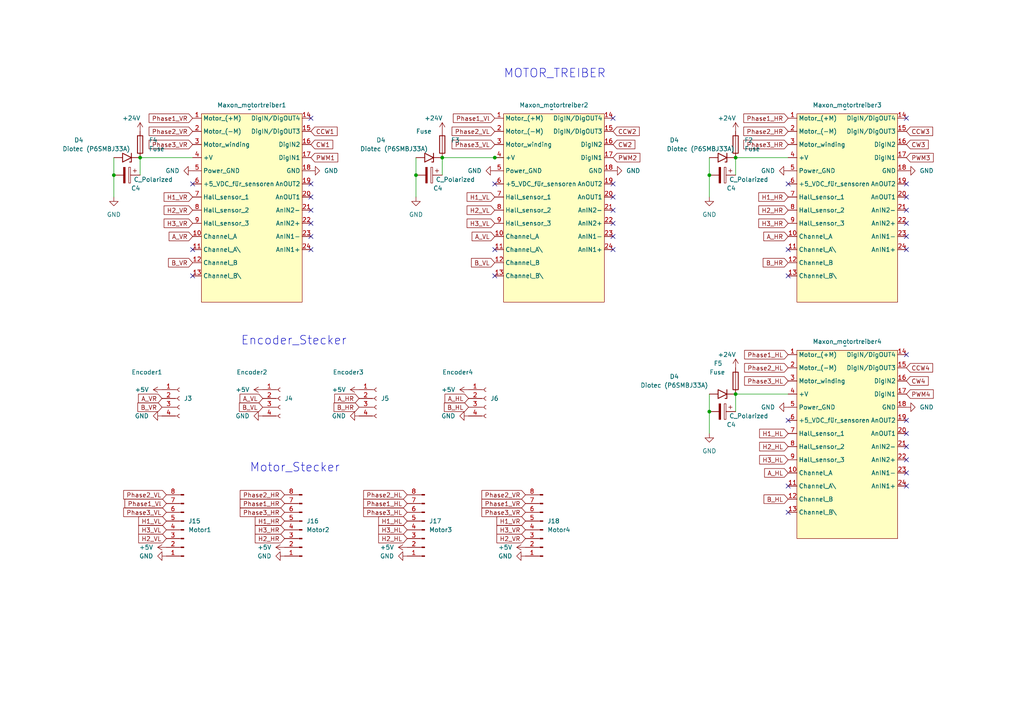
<source format=kicad_sch>
(kicad_sch
	(version 20231120)
	(generator "eeschema")
	(generator_version "8.0")
	(uuid "4070790c-f4e7-4d48-baee-58e42e9d2b33")
	(paper "A4")
	(lib_symbols
		(symbol "Connector:Conn_01x04_Socket"
			(pin_names
				(offset 1.016) hide)
			(exclude_from_sim no)
			(in_bom yes)
			(on_board yes)
			(property "Reference" "J"
				(at 0 5.08 0)
				(effects
					(font
						(size 1.27 1.27)
					)
				)
			)
			(property "Value" "Conn_01x04_Socket"
				(at 0 -7.62 0)
				(effects
					(font
						(size 1.27 1.27)
					)
				)
			)
			(property "Footprint" ""
				(at 0 0 0)
				(effects
					(font
						(size 1.27 1.27)
					)
					(hide yes)
				)
			)
			(property "Datasheet" "~"
				(at 0 0 0)
				(effects
					(font
						(size 1.27 1.27)
					)
					(hide yes)
				)
			)
			(property "Description" "Generic connector, single row, 01x04, script generated"
				(at 0 0 0)
				(effects
					(font
						(size 1.27 1.27)
					)
					(hide yes)
				)
			)
			(property "ki_locked" ""
				(at 0 0 0)
				(effects
					(font
						(size 1.27 1.27)
					)
				)
			)
			(property "ki_keywords" "connector"
				(at 0 0 0)
				(effects
					(font
						(size 1.27 1.27)
					)
					(hide yes)
				)
			)
			(property "ki_fp_filters" "Connector*:*_1x??_*"
				(at 0 0 0)
				(effects
					(font
						(size 1.27 1.27)
					)
					(hide yes)
				)
			)
			(symbol "Conn_01x04_Socket_1_1"
				(arc
					(start 0 -4.572)
					(mid -0.5058 -5.08)
					(end 0 -5.588)
					(stroke
						(width 0.1524)
						(type default)
					)
					(fill
						(type none)
					)
				)
				(arc
					(start 0 -2.032)
					(mid -0.5058 -2.54)
					(end 0 -3.048)
					(stroke
						(width 0.1524)
						(type default)
					)
					(fill
						(type none)
					)
				)
				(polyline
					(pts
						(xy -1.27 -5.08) (xy -0.508 -5.08)
					)
					(stroke
						(width 0.1524)
						(type default)
					)
					(fill
						(type none)
					)
				)
				(polyline
					(pts
						(xy -1.27 -2.54) (xy -0.508 -2.54)
					)
					(stroke
						(width 0.1524)
						(type default)
					)
					(fill
						(type none)
					)
				)
				(polyline
					(pts
						(xy -1.27 0) (xy -0.508 0)
					)
					(stroke
						(width 0.1524)
						(type default)
					)
					(fill
						(type none)
					)
				)
				(polyline
					(pts
						(xy -1.27 2.54) (xy -0.508 2.54)
					)
					(stroke
						(width 0.1524)
						(type default)
					)
					(fill
						(type none)
					)
				)
				(arc
					(start 0 0.508)
					(mid -0.5058 0)
					(end 0 -0.508)
					(stroke
						(width 0.1524)
						(type default)
					)
					(fill
						(type none)
					)
				)
				(arc
					(start 0 3.048)
					(mid -0.5058 2.54)
					(end 0 2.032)
					(stroke
						(width 0.1524)
						(type default)
					)
					(fill
						(type none)
					)
				)
				(pin passive line
					(at -5.08 2.54 0)
					(length 3.81)
					(name "Pin_1"
						(effects
							(font
								(size 1.27 1.27)
							)
						)
					)
					(number "1"
						(effects
							(font
								(size 1.27 1.27)
							)
						)
					)
				)
				(pin passive line
					(at -5.08 0 0)
					(length 3.81)
					(name "Pin_2"
						(effects
							(font
								(size 1.27 1.27)
							)
						)
					)
					(number "2"
						(effects
							(font
								(size 1.27 1.27)
							)
						)
					)
				)
				(pin passive line
					(at -5.08 -2.54 0)
					(length 3.81)
					(name "Pin_3"
						(effects
							(font
								(size 1.27 1.27)
							)
						)
					)
					(number "3"
						(effects
							(font
								(size 1.27 1.27)
							)
						)
					)
				)
				(pin passive line
					(at -5.08 -5.08 0)
					(length 3.81)
					(name "Pin_4"
						(effects
							(font
								(size 1.27 1.27)
							)
						)
					)
					(number "4"
						(effects
							(font
								(size 1.27 1.27)
							)
						)
					)
				)
			)
		)
		(symbol "Connector:Conn_01x08_Pin"
			(pin_names
				(offset 1.016) hide)
			(exclude_from_sim no)
			(in_bom yes)
			(on_board yes)
			(property "Reference" "J"
				(at 0 10.16 0)
				(effects
					(font
						(size 1.27 1.27)
					)
				)
			)
			(property "Value" "Conn_01x08_Pin"
				(at 0 -12.7 0)
				(effects
					(font
						(size 1.27 1.27)
					)
				)
			)
			(property "Footprint" ""
				(at 0 0 0)
				(effects
					(font
						(size 1.27 1.27)
					)
					(hide yes)
				)
			)
			(property "Datasheet" "~"
				(at 0 0 0)
				(effects
					(font
						(size 1.27 1.27)
					)
					(hide yes)
				)
			)
			(property "Description" "Generic connector, single row, 01x08, script generated"
				(at 0 0 0)
				(effects
					(font
						(size 1.27 1.27)
					)
					(hide yes)
				)
			)
			(property "ki_locked" ""
				(at 0 0 0)
				(effects
					(font
						(size 1.27 1.27)
					)
				)
			)
			(property "ki_keywords" "connector"
				(at 0 0 0)
				(effects
					(font
						(size 1.27 1.27)
					)
					(hide yes)
				)
			)
			(property "ki_fp_filters" "Connector*:*_1x??_*"
				(at 0 0 0)
				(effects
					(font
						(size 1.27 1.27)
					)
					(hide yes)
				)
			)
			(symbol "Conn_01x08_Pin_1_1"
				(polyline
					(pts
						(xy 1.27 -10.16) (xy 0.8636 -10.16)
					)
					(stroke
						(width 0.1524)
						(type default)
					)
					(fill
						(type none)
					)
				)
				(polyline
					(pts
						(xy 1.27 -7.62) (xy 0.8636 -7.62)
					)
					(stroke
						(width 0.1524)
						(type default)
					)
					(fill
						(type none)
					)
				)
				(polyline
					(pts
						(xy 1.27 -5.08) (xy 0.8636 -5.08)
					)
					(stroke
						(width 0.1524)
						(type default)
					)
					(fill
						(type none)
					)
				)
				(polyline
					(pts
						(xy 1.27 -2.54) (xy 0.8636 -2.54)
					)
					(stroke
						(width 0.1524)
						(type default)
					)
					(fill
						(type none)
					)
				)
				(polyline
					(pts
						(xy 1.27 0) (xy 0.8636 0)
					)
					(stroke
						(width 0.1524)
						(type default)
					)
					(fill
						(type none)
					)
				)
				(polyline
					(pts
						(xy 1.27 2.54) (xy 0.8636 2.54)
					)
					(stroke
						(width 0.1524)
						(type default)
					)
					(fill
						(type none)
					)
				)
				(polyline
					(pts
						(xy 1.27 5.08) (xy 0.8636 5.08)
					)
					(stroke
						(width 0.1524)
						(type default)
					)
					(fill
						(type none)
					)
				)
				(polyline
					(pts
						(xy 1.27 7.62) (xy 0.8636 7.62)
					)
					(stroke
						(width 0.1524)
						(type default)
					)
					(fill
						(type none)
					)
				)
				(rectangle
					(start 0.8636 -10.033)
					(end 0 -10.287)
					(stroke
						(width 0.1524)
						(type default)
					)
					(fill
						(type outline)
					)
				)
				(rectangle
					(start 0.8636 -7.493)
					(end 0 -7.747)
					(stroke
						(width 0.1524)
						(type default)
					)
					(fill
						(type outline)
					)
				)
				(rectangle
					(start 0.8636 -4.953)
					(end 0 -5.207)
					(stroke
						(width 0.1524)
						(type default)
					)
					(fill
						(type outline)
					)
				)
				(rectangle
					(start 0.8636 -2.413)
					(end 0 -2.667)
					(stroke
						(width 0.1524)
						(type default)
					)
					(fill
						(type outline)
					)
				)
				(rectangle
					(start 0.8636 0.127)
					(end 0 -0.127)
					(stroke
						(width 0.1524)
						(type default)
					)
					(fill
						(type outline)
					)
				)
				(rectangle
					(start 0.8636 2.667)
					(end 0 2.413)
					(stroke
						(width 0.1524)
						(type default)
					)
					(fill
						(type outline)
					)
				)
				(rectangle
					(start 0.8636 5.207)
					(end 0 4.953)
					(stroke
						(width 0.1524)
						(type default)
					)
					(fill
						(type outline)
					)
				)
				(rectangle
					(start 0.8636 7.747)
					(end 0 7.493)
					(stroke
						(width 0.1524)
						(type default)
					)
					(fill
						(type outline)
					)
				)
				(pin passive line
					(at 5.08 7.62 180)
					(length 3.81)
					(name "Pin_1"
						(effects
							(font
								(size 1.27 1.27)
							)
						)
					)
					(number "1"
						(effects
							(font
								(size 1.27 1.27)
							)
						)
					)
				)
				(pin passive line
					(at 5.08 5.08 180)
					(length 3.81)
					(name "Pin_2"
						(effects
							(font
								(size 1.27 1.27)
							)
						)
					)
					(number "2"
						(effects
							(font
								(size 1.27 1.27)
							)
						)
					)
				)
				(pin passive line
					(at 5.08 2.54 180)
					(length 3.81)
					(name "Pin_3"
						(effects
							(font
								(size 1.27 1.27)
							)
						)
					)
					(number "3"
						(effects
							(font
								(size 1.27 1.27)
							)
						)
					)
				)
				(pin passive line
					(at 5.08 0 180)
					(length 3.81)
					(name "Pin_4"
						(effects
							(font
								(size 1.27 1.27)
							)
						)
					)
					(number "4"
						(effects
							(font
								(size 1.27 1.27)
							)
						)
					)
				)
				(pin passive line
					(at 5.08 -2.54 180)
					(length 3.81)
					(name "Pin_5"
						(effects
							(font
								(size 1.27 1.27)
							)
						)
					)
					(number "5"
						(effects
							(font
								(size 1.27 1.27)
							)
						)
					)
				)
				(pin passive line
					(at 5.08 -5.08 180)
					(length 3.81)
					(name "Pin_6"
						(effects
							(font
								(size 1.27 1.27)
							)
						)
					)
					(number "6"
						(effects
							(font
								(size 1.27 1.27)
							)
						)
					)
				)
				(pin passive line
					(at 5.08 -7.62 180)
					(length 3.81)
					(name "Pin_7"
						(effects
							(font
								(size 1.27 1.27)
							)
						)
					)
					(number "7"
						(effects
							(font
								(size 1.27 1.27)
							)
						)
					)
				)
				(pin passive line
					(at 5.08 -10.16 180)
					(length 3.81)
					(name "Pin_8"
						(effects
							(font
								(size 1.27 1.27)
							)
						)
					)
					(number "8"
						(effects
							(font
								(size 1.27 1.27)
							)
						)
					)
				)
			)
		)
		(symbol "Device:C_Polarized"
			(pin_numbers hide)
			(pin_names
				(offset 0.254)
			)
			(exclude_from_sim no)
			(in_bom yes)
			(on_board yes)
			(property "Reference" "C"
				(at 0.635 2.54 0)
				(effects
					(font
						(size 1.27 1.27)
					)
					(justify left)
				)
			)
			(property "Value" "C_Polarized"
				(at 0.635 -2.54 0)
				(effects
					(font
						(size 1.27 1.27)
					)
					(justify left)
				)
			)
			(property "Footprint" ""
				(at 0.9652 -3.81 0)
				(effects
					(font
						(size 1.27 1.27)
					)
					(hide yes)
				)
			)
			(property "Datasheet" "~"
				(at 0 0 0)
				(effects
					(font
						(size 1.27 1.27)
					)
					(hide yes)
				)
			)
			(property "Description" "Polarized capacitor"
				(at 0 0 0)
				(effects
					(font
						(size 1.27 1.27)
					)
					(hide yes)
				)
			)
			(property "ki_keywords" "cap capacitor"
				(at 0 0 0)
				(effects
					(font
						(size 1.27 1.27)
					)
					(hide yes)
				)
			)
			(property "ki_fp_filters" "CP_*"
				(at 0 0 0)
				(effects
					(font
						(size 1.27 1.27)
					)
					(hide yes)
				)
			)
			(symbol "C_Polarized_0_1"
				(rectangle
					(start -2.286 0.508)
					(end 2.286 1.016)
					(stroke
						(width 0)
						(type default)
					)
					(fill
						(type none)
					)
				)
				(polyline
					(pts
						(xy -1.778 2.286) (xy -0.762 2.286)
					)
					(stroke
						(width 0)
						(type default)
					)
					(fill
						(type none)
					)
				)
				(polyline
					(pts
						(xy -1.27 2.794) (xy -1.27 1.778)
					)
					(stroke
						(width 0)
						(type default)
					)
					(fill
						(type none)
					)
				)
				(rectangle
					(start 2.286 -0.508)
					(end -2.286 -1.016)
					(stroke
						(width 0)
						(type default)
					)
					(fill
						(type outline)
					)
				)
			)
			(symbol "C_Polarized_1_1"
				(pin passive line
					(at 0 3.81 270)
					(length 2.794)
					(name "~"
						(effects
							(font
								(size 1.27 1.27)
							)
						)
					)
					(number "1"
						(effects
							(font
								(size 1.27 1.27)
							)
						)
					)
				)
				(pin passive line
					(at 0 -3.81 90)
					(length 2.794)
					(name "~"
						(effects
							(font
								(size 1.27 1.27)
							)
						)
					)
					(number "2"
						(effects
							(font
								(size 1.27 1.27)
							)
						)
					)
				)
			)
		)
		(symbol "Device:Fuse"
			(pin_numbers hide)
			(pin_names
				(offset 0)
			)
			(exclude_from_sim no)
			(in_bom yes)
			(on_board yes)
			(property "Reference" "F"
				(at 2.032 0 90)
				(effects
					(font
						(size 1.27 1.27)
					)
				)
			)
			(property "Value" "Fuse"
				(at -1.905 0 90)
				(effects
					(font
						(size 1.27 1.27)
					)
				)
			)
			(property "Footprint" ""
				(at -1.778 0 90)
				(effects
					(font
						(size 1.27 1.27)
					)
					(hide yes)
				)
			)
			(property "Datasheet" "~"
				(at 0 0 0)
				(effects
					(font
						(size 1.27 1.27)
					)
					(hide yes)
				)
			)
			(property "Description" "Fuse"
				(at 0 0 0)
				(effects
					(font
						(size 1.27 1.27)
					)
					(hide yes)
				)
			)
			(property "ki_keywords" "fuse"
				(at 0 0 0)
				(effects
					(font
						(size 1.27 1.27)
					)
					(hide yes)
				)
			)
			(property "ki_fp_filters" "*Fuse*"
				(at 0 0 0)
				(effects
					(font
						(size 1.27 1.27)
					)
					(hide yes)
				)
			)
			(symbol "Fuse_0_1"
				(rectangle
					(start -0.762 -2.54)
					(end 0.762 2.54)
					(stroke
						(width 0.254)
						(type default)
					)
					(fill
						(type none)
					)
				)
				(polyline
					(pts
						(xy 0 2.54) (xy 0 -2.54)
					)
					(stroke
						(width 0)
						(type default)
					)
					(fill
						(type none)
					)
				)
			)
			(symbol "Fuse_1_1"
				(pin passive line
					(at 0 3.81 270)
					(length 1.27)
					(name "~"
						(effects
							(font
								(size 1.27 1.27)
							)
						)
					)
					(number "1"
						(effects
							(font
								(size 1.27 1.27)
							)
						)
					)
				)
				(pin passive line
					(at 0 -3.81 90)
					(length 1.27)
					(name "~"
						(effects
							(font
								(size 1.27 1.27)
							)
						)
					)
					(number "2"
						(effects
							(font
								(size 1.27 1.27)
							)
						)
					)
				)
			)
		)
		(symbol "Diode:SM6T220A"
			(pin_numbers hide)
			(pin_names
				(offset 1.016) hide)
			(exclude_from_sim no)
			(in_bom yes)
			(on_board yes)
			(property "Reference" "D"
				(at 0 2.54 0)
				(effects
					(font
						(size 1.27 1.27)
					)
				)
			)
			(property "Value" "SM6T220A"
				(at 0 -2.54 0)
				(effects
					(font
						(size 1.27 1.27)
					)
				)
			)
			(property "Footprint" "Diode_SMD:D_SMB"
				(at 0 -5.08 0)
				(effects
					(font
						(size 1.27 1.27)
					)
					(hide yes)
				)
			)
			(property "Datasheet" "https://www.st.com/resource/en/datasheet/sm6t.pdf"
				(at -1.27 0 0)
				(effects
					(font
						(size 1.27 1.27)
					)
					(hide yes)
				)
			)
			(property "Description" "600W unidirectional Transil Transient Voltage Suppressor, 220Vrwm, DO-214AA"
				(at 0 0 0)
				(effects
					(font
						(size 1.27 1.27)
					)
					(hide yes)
				)
			)
			(property "ki_keywords" "diode TVS voltage suppressor"
				(at 0 0 0)
				(effects
					(font
						(size 1.27 1.27)
					)
					(hide yes)
				)
			)
			(property "ki_fp_filters" "D*SMB*"
				(at 0 0 0)
				(effects
					(font
						(size 1.27 1.27)
					)
					(hide yes)
				)
			)
			(symbol "SM6T220A_0_1"
				(polyline
					(pts
						(xy -0.762 1.27) (xy -1.27 1.27) (xy -1.27 -1.27)
					)
					(stroke
						(width 0.254)
						(type default)
					)
					(fill
						(type none)
					)
				)
				(polyline
					(pts
						(xy 1.27 1.27) (xy 1.27 -1.27) (xy -1.27 0) (xy 1.27 1.27)
					)
					(stroke
						(width 0.254)
						(type default)
					)
					(fill
						(type none)
					)
				)
			)
			(symbol "SM6T220A_1_1"
				(pin passive line
					(at -3.81 0 0)
					(length 2.54)
					(name "A1"
						(effects
							(font
								(size 1.27 1.27)
							)
						)
					)
					(number "1"
						(effects
							(font
								(size 1.27 1.27)
							)
						)
					)
				)
				(pin passive line
					(at 3.81 0 180)
					(length 2.54)
					(name "A2"
						(effects
							(font
								(size 1.27 1.27)
							)
						)
					)
					(number "2"
						(effects
							(font
								(size 1.27 1.27)
							)
						)
					)
				)
			)
		)
		(symbol "Maxon_sym:ESCON_Module_24/2,_4-Q_servo_controller_for_DC/EC_motors,_2/6_A,_10-24_VDC"
			(exclude_from_sim no)
			(in_bom yes)
			(on_board yes)
			(property "Reference" "Maxon_motortreiber"
				(at 0 0 0)
				(effects
					(font
						(size 1.27 1.27)
					)
				)
			)
			(property "Value" ""
				(at 0 0 0)
				(effects
					(font
						(size 1.27 1.27)
					)
				)
			)
			(property "Footprint" ""
				(at 0 0 0)
				(effects
					(font
						(size 1.27 1.27)
					)
					(hide yes)
				)
			)
			(property "Datasheet" ""
				(at 0 0 0)
				(effects
					(font
						(size 1.27 1.27)
					)
					(hide yes)
				)
			)
			(property "Description" ""
				(at 0 0 0)
				(effects
					(font
						(size 1.27 1.27)
					)
					(hide yes)
				)
			)
			(symbol "ESCON_Module_24/2,_4-Q_servo_controller_for_DC/EC_motors,_2/6_A,_10-24_VDC_1_1"
				(rectangle
					(start -13.97 -1.27)
					(end 15.24 -55.88)
					(stroke
						(width 0)
						(type default)
					)
					(fill
						(type background)
					)
				)
				(pin output line
					(at -16.51 -2.54 0)
					(length 2.54)
					(name "Motor_(+M)"
						(effects
							(font
								(size 1.27 1.27)
							)
						)
					)
					(number "1"
						(effects
							(font
								(size 1.27 1.27)
							)
						)
					)
				)
				(pin input line
					(at -16.51 -36.83 0)
					(length 2.54)
					(name "Channel_A"
						(effects
							(font
								(size 1.27 1.27)
							)
						)
					)
					(number "10"
						(effects
							(font
								(size 1.27 1.27)
							)
						)
					)
				)
				(pin input line
					(at -16.51 -40.64 0)
					(length 2.54)
					(name "Channel_A\\"
						(effects
							(font
								(size 1.27 1.27)
							)
						)
					)
					(number "11"
						(effects
							(font
								(size 1.27 1.27)
							)
						)
					)
				)
				(pin input line
					(at -16.51 -44.45 0)
					(length 2.54)
					(name "Channel_B"
						(effects
							(font
								(size 1.27 1.27)
							)
						)
					)
					(number "12"
						(effects
							(font
								(size 1.27 1.27)
							)
						)
					)
				)
				(pin input line
					(at -16.51 -48.26 0)
					(length 2.54)
					(name "Channel_B\\"
						(effects
							(font
								(size 1.27 1.27)
							)
						)
					)
					(number "13"
						(effects
							(font
								(size 1.27 1.27)
							)
						)
					)
				)
				(pin bidirectional line
					(at 17.78 -2.54 180)
					(length 2.54)
					(name "DigIN/DigOUT4"
						(effects
							(font
								(size 1.27 1.27)
							)
						)
					)
					(number "14"
						(effects
							(font
								(size 1.27 1.27)
							)
						)
					)
				)
				(pin bidirectional line
					(at 17.78 -6.35 180)
					(length 2.54)
					(name "DigIN/DigOUT3"
						(effects
							(font
								(size 1.27 1.27)
							)
						)
					)
					(number "15"
						(effects
							(font
								(size 1.27 1.27)
							)
						)
					)
				)
				(pin input line
					(at 17.78 -10.16 180)
					(length 2.54)
					(name "DigIN2"
						(effects
							(font
								(size 1.27 1.27)
							)
						)
					)
					(number "16"
						(effects
							(font
								(size 1.27 1.27)
							)
						)
					)
				)
				(pin input line
					(at 17.78 -13.97 180)
					(length 2.54)
					(name "DigIN1"
						(effects
							(font
								(size 1.27 1.27)
							)
						)
					)
					(number "17"
						(effects
							(font
								(size 1.27 1.27)
							)
						)
					)
				)
				(pin input line
					(at 17.78 -17.78 180)
					(length 2.54)
					(name "GND"
						(effects
							(font
								(size 1.27 1.27)
							)
						)
					)
					(number "18"
						(effects
							(font
								(size 1.27 1.27)
							)
						)
					)
				)
				(pin output line
					(at 17.78 -21.59 180)
					(length 2.54)
					(name "AnOUT2"
						(effects
							(font
								(size 1.27 1.27)
							)
						)
					)
					(number "19"
						(effects
							(font
								(size 1.27 1.27)
							)
						)
					)
				)
				(pin output line
					(at -16.51 -6.35 0)
					(length 2.54)
					(name "Motor_(−M)"
						(effects
							(font
								(size 1.27 1.27)
							)
						)
					)
					(number "2"
						(effects
							(font
								(size 1.27 1.27)
							)
						)
					)
				)
				(pin output line
					(at 17.78 -25.4 180)
					(length 2.54)
					(name "AnOUT1"
						(effects
							(font
								(size 1.27 1.27)
							)
						)
					)
					(number "20"
						(effects
							(font
								(size 1.27 1.27)
							)
						)
					)
				)
				(pin input line
					(at 17.78 -29.21 180)
					(length 2.54)
					(name "AnIN2-"
						(effects
							(font
								(size 1.27 1.27)
							)
						)
					)
					(number "21"
						(effects
							(font
								(size 1.27 1.27)
							)
						)
					)
				)
				(pin input line
					(at 17.78 -33.02 180)
					(length 2.54)
					(name "AnIN2+"
						(effects
							(font
								(size 1.27 1.27)
							)
						)
					)
					(number "22"
						(effects
							(font
								(size 1.27 1.27)
							)
						)
					)
				)
				(pin input line
					(at 17.78 -36.83 180)
					(length 2.54)
					(name "AnIN1-"
						(effects
							(font
								(size 1.27 1.27)
							)
						)
					)
					(number "23"
						(effects
							(font
								(size 1.27 1.27)
							)
						)
					)
				)
				(pin input line
					(at 17.78 -40.64 180)
					(length 2.54)
					(name "AnIN1+"
						(effects
							(font
								(size 1.27 1.27)
							)
						)
					)
					(number "24"
						(effects
							(font
								(size 1.27 1.27)
							)
						)
					)
				)
				(pin output line
					(at -16.51 -10.16 0)
					(length 2.54)
					(name "Motor_winding"
						(effects
							(font
								(size 1.27 1.27)
							)
						)
					)
					(number "3"
						(effects
							(font
								(size 1.27 1.27)
							)
						)
					)
				)
				(pin input line
					(at -16.51 -13.97 0)
					(length 2.54)
					(name "+V"
						(effects
							(font
								(size 1.27 1.27)
							)
						)
					)
					(number "4"
						(effects
							(font
								(size 1.27 1.27)
							)
						)
					)
				)
				(pin input line
					(at -16.51 -17.78 0)
					(length 2.54)
					(name "Power_GND"
						(effects
							(font
								(size 1.27 1.27)
							)
						)
					)
					(number "5"
						(effects
							(font
								(size 1.27 1.27)
							)
						)
					)
				)
				(pin output line
					(at -16.51 -21.59 0)
					(length 2.54)
					(name "+5_VDC_für_sensoren"
						(effects
							(font
								(size 1.27 1.27)
							)
						)
					)
					(number "6"
						(effects
							(font
								(size 1.27 1.27)
							)
						)
					)
				)
				(pin input line
					(at -16.51 -25.4 0)
					(length 2.54)
					(name "Hall_sensor_1"
						(effects
							(font
								(size 1.27 1.27)
							)
						)
					)
					(number "7"
						(effects
							(font
								(size 1.27 1.27)
							)
						)
					)
				)
				(pin input line
					(at -16.51 -29.21 0)
					(length 2.54)
					(name "Hall_sensor_2"
						(effects
							(font
								(size 1.27 1.27)
							)
						)
					)
					(number "8"
						(effects
							(font
								(size 1.27 1.27)
							)
						)
					)
				)
				(pin input line
					(at -16.51 -33.02 0)
					(length 2.54)
					(name "Hall_sensor_3"
						(effects
							(font
								(size 1.27 1.27)
							)
						)
					)
					(number "9"
						(effects
							(font
								(size 1.27 1.27)
							)
						)
					)
				)
			)
		)
		(symbol "power:+24V"
			(power)
			(pin_names
				(offset 0)
			)
			(exclude_from_sim no)
			(in_bom yes)
			(on_board yes)
			(property "Reference" "#PWR"
				(at 0 -3.81 0)
				(effects
					(font
						(size 1.27 1.27)
					)
					(hide yes)
				)
			)
			(property "Value" "+24V"
				(at 0 3.556 0)
				(effects
					(font
						(size 1.27 1.27)
					)
				)
			)
			(property "Footprint" ""
				(at 0 0 0)
				(effects
					(font
						(size 1.27 1.27)
					)
					(hide yes)
				)
			)
			(property "Datasheet" ""
				(at 0 0 0)
				(effects
					(font
						(size 1.27 1.27)
					)
					(hide yes)
				)
			)
			(property "Description" "Power symbol creates a global label with name \"+24V\""
				(at 0 0 0)
				(effects
					(font
						(size 1.27 1.27)
					)
					(hide yes)
				)
			)
			(property "ki_keywords" "global power"
				(at 0 0 0)
				(effects
					(font
						(size 1.27 1.27)
					)
					(hide yes)
				)
			)
			(symbol "+24V_0_1"
				(polyline
					(pts
						(xy -0.762 1.27) (xy 0 2.54)
					)
					(stroke
						(width 0)
						(type default)
					)
					(fill
						(type none)
					)
				)
				(polyline
					(pts
						(xy 0 0) (xy 0 2.54)
					)
					(stroke
						(width 0)
						(type default)
					)
					(fill
						(type none)
					)
				)
				(polyline
					(pts
						(xy 0 2.54) (xy 0.762 1.27)
					)
					(stroke
						(width 0)
						(type default)
					)
					(fill
						(type none)
					)
				)
			)
			(symbol "+24V_1_1"
				(pin power_in line
					(at 0 0 90)
					(length 0) hide
					(name "+24V"
						(effects
							(font
								(size 1.27 1.27)
							)
						)
					)
					(number "1"
						(effects
							(font
								(size 1.27 1.27)
							)
						)
					)
				)
			)
		)
		(symbol "power:+5V"
			(power)
			(pin_names
				(offset 0)
			)
			(exclude_from_sim no)
			(in_bom yes)
			(on_board yes)
			(property "Reference" "#PWR"
				(at 0 -3.81 0)
				(effects
					(font
						(size 1.27 1.27)
					)
					(hide yes)
				)
			)
			(property "Value" "+5V"
				(at 0 3.556 0)
				(effects
					(font
						(size 1.27 1.27)
					)
				)
			)
			(property "Footprint" ""
				(at 0 0 0)
				(effects
					(font
						(size 1.27 1.27)
					)
					(hide yes)
				)
			)
			(property "Datasheet" ""
				(at 0 0 0)
				(effects
					(font
						(size 1.27 1.27)
					)
					(hide yes)
				)
			)
			(property "Description" "Power symbol creates a global label with name \"+5V\""
				(at 0 0 0)
				(effects
					(font
						(size 1.27 1.27)
					)
					(hide yes)
				)
			)
			(property "ki_keywords" "global power"
				(at 0 0 0)
				(effects
					(font
						(size 1.27 1.27)
					)
					(hide yes)
				)
			)
			(symbol "+5V_0_1"
				(polyline
					(pts
						(xy -0.762 1.27) (xy 0 2.54)
					)
					(stroke
						(width 0)
						(type default)
					)
					(fill
						(type none)
					)
				)
				(polyline
					(pts
						(xy 0 0) (xy 0 2.54)
					)
					(stroke
						(width 0)
						(type default)
					)
					(fill
						(type none)
					)
				)
				(polyline
					(pts
						(xy 0 2.54) (xy 0.762 1.27)
					)
					(stroke
						(width 0)
						(type default)
					)
					(fill
						(type none)
					)
				)
			)
			(symbol "+5V_1_1"
				(pin power_in line
					(at 0 0 90)
					(length 0) hide
					(name "+5V"
						(effects
							(font
								(size 1.27 1.27)
							)
						)
					)
					(number "1"
						(effects
							(font
								(size 1.27 1.27)
							)
						)
					)
				)
			)
		)
		(symbol "power:GND"
			(power)
			(pin_names
				(offset 0)
			)
			(exclude_from_sim no)
			(in_bom yes)
			(on_board yes)
			(property "Reference" "#PWR"
				(at 0 -6.35 0)
				(effects
					(font
						(size 1.27 1.27)
					)
					(hide yes)
				)
			)
			(property "Value" "GND"
				(at 0 -3.81 0)
				(effects
					(font
						(size 1.27 1.27)
					)
				)
			)
			(property "Footprint" ""
				(at 0 0 0)
				(effects
					(font
						(size 1.27 1.27)
					)
					(hide yes)
				)
			)
			(property "Datasheet" ""
				(at 0 0 0)
				(effects
					(font
						(size 1.27 1.27)
					)
					(hide yes)
				)
			)
			(property "Description" "Power symbol creates a global label with name \"GND\" , ground"
				(at 0 0 0)
				(effects
					(font
						(size 1.27 1.27)
					)
					(hide yes)
				)
			)
			(property "ki_keywords" "global power"
				(at 0 0 0)
				(effects
					(font
						(size 1.27 1.27)
					)
					(hide yes)
				)
			)
			(symbol "GND_0_1"
				(polyline
					(pts
						(xy 0 0) (xy 0 -1.27) (xy 1.27 -1.27) (xy 0 -2.54) (xy -1.27 -1.27) (xy 0 -1.27)
					)
					(stroke
						(width 0)
						(type default)
					)
					(fill
						(type none)
					)
				)
			)
			(symbol "GND_1_1"
				(pin power_in line
					(at 0 0 270)
					(length 0) hide
					(name "GND"
						(effects
							(font
								(size 1.27 1.27)
							)
						)
					)
					(number "1"
						(effects
							(font
								(size 1.27 1.27)
							)
						)
					)
				)
			)
		)
	)
	(junction
		(at 33.02 50.8)
		(diameter 0)
		(color 0 0 0 0)
		(uuid "09be06aa-4b01-4f77-a06c-ffee03588f12")
	)
	(junction
		(at 128.27 45.72)
		(diameter 0)
		(color 0 0 0 0)
		(uuid "0c692e38-7bef-4fb7-aa06-bb29187ac07b")
	)
	(junction
		(at 205.74 119.38)
		(diameter 0)
		(color 0 0 0 0)
		(uuid "10b0a6ce-3cc9-44aa-ab72-643f9964b64e")
	)
	(junction
		(at 143.51 45.72)
		(diameter 0)
		(color 0 0 0 0)
		(uuid "13a4f6f6-7b10-4ef8-8cf4-6018e6108c30")
	)
	(junction
		(at 120.65 50.8)
		(diameter 0)
		(color 0 0 0 0)
		(uuid "34b21d8e-a1e1-4bf3-9ef8-ffbacddd617a")
	)
	(junction
		(at 205.74 50.8)
		(diameter 0)
		(color 0 0 0 0)
		(uuid "52d837b7-aa91-4f69-bef7-9d5761d37b84")
	)
	(junction
		(at 213.36 114.3)
		(diameter 0)
		(color 0 0 0 0)
		(uuid "7dbd841f-e22e-4726-ac92-2c29fd21d190")
	)
	(junction
		(at 213.36 45.72)
		(diameter 0)
		(color 0 0 0 0)
		(uuid "a53544e3-b482-4c56-852a-8c54e9f98dc9")
	)
	(junction
		(at 40.64 45.72)
		(diameter 0)
		(color 0 0 0 0)
		(uuid "b0462e9e-4a57-4d42-b0ec-d457d09463cb")
	)
	(no_connect
		(at 262.89 140.97)
		(uuid "001dcc23-5e7d-4889-929a-2651b3714e52")
	)
	(no_connect
		(at 90.17 53.34)
		(uuid "01e2bc71-e758-4d62-b87a-3f39ce21aaee")
	)
	(no_connect
		(at 177.8 64.77)
		(uuid "0353a385-70e1-4838-b5c3-f394e53bc8d4")
	)
	(no_connect
		(at 262.89 68.58)
		(uuid "0bfd9757-fe58-4eeb-89aa-a268f9370e9c")
	)
	(no_connect
		(at 262.89 57.15)
		(uuid "0c9527c3-2408-4c72-ae6e-6ab4893af00d")
	)
	(no_connect
		(at 228.6 72.39)
		(uuid "0ff565d2-f8f2-4bcb-9fca-f352dd70fb6b")
	)
	(no_connect
		(at 90.17 34.29)
		(uuid "1fda7b74-c4d5-404d-9186-07004927c73f")
	)
	(no_connect
		(at 90.17 57.15)
		(uuid "223dd0b7-70e7-4d34-a03b-5651cd13b44a")
	)
	(no_connect
		(at 262.89 34.29)
		(uuid "22e61435-3ef8-4d76-875e-65376fa3c472")
	)
	(no_connect
		(at 55.88 72.39)
		(uuid "3471bdd5-e30f-4a27-8876-4398fe57abc9")
	)
	(no_connect
		(at 262.89 133.35)
		(uuid "3842d3c3-49d5-4567-9bb8-0d3fc1726959")
	)
	(no_connect
		(at 262.89 125.73)
		(uuid "3c1b2503-9362-487c-abb7-7a60faa864fe")
	)
	(no_connect
		(at 228.6 53.34)
		(uuid "462baf83-970d-447c-a7b8-20c8a4723afd")
	)
	(no_connect
		(at 177.8 53.34)
		(uuid "4d817484-2012-4d8a-8e3d-1fe45b77ee35")
	)
	(no_connect
		(at 262.89 64.77)
		(uuid "53fe7e1e-7432-4ae0-87b1-945d19788a0a")
	)
	(no_connect
		(at 177.8 60.96)
		(uuid "58022e83-5984-4d45-8ec2-9af29e70ceec")
	)
	(no_connect
		(at 143.51 80.01)
		(uuid "64dbc848-04d6-45c9-b439-9990f208bc89")
	)
	(no_connect
		(at 143.51 72.39)
		(uuid "6a464293-5e06-4298-a09c-59e5359f42d5")
	)
	(no_connect
		(at 177.8 57.15)
		(uuid "7005faaa-82ac-4312-9edd-120ea90e61b3")
	)
	(no_connect
		(at 262.89 121.92)
		(uuid "7289c514-f577-436f-84dd-1676ec027c59")
	)
	(no_connect
		(at 262.89 102.87)
		(uuid "76f463fd-0c26-4c29-b3a1-9f540e08a039")
	)
	(no_connect
		(at 143.51 53.34)
		(uuid "89dca840-9d60-43a9-bc0f-a6d2a17d800a")
	)
	(no_connect
		(at 262.89 53.34)
		(uuid "92d4386a-9593-40b7-8351-15df5eb5c5fa")
	)
	(no_connect
		(at 262.89 72.39)
		(uuid "99319404-9f3d-4edd-85cb-6fc5fc549eed")
	)
	(no_connect
		(at 177.8 72.39)
		(uuid "9a53fd34-2c4d-4778-b9d8-a63da3ea3a87")
	)
	(no_connect
		(at 55.88 80.01)
		(uuid "a4d79a51-b444-4dc5-8a76-c818047abb29")
	)
	(no_connect
		(at 55.88 53.34)
		(uuid "a8697898-f79a-4f2e-96d7-a7f1060fa15d")
	)
	(no_connect
		(at 90.17 64.77)
		(uuid "b5f28b8d-6221-4624-b16f-73aa3a032d4f")
	)
	(no_connect
		(at 228.6 121.92)
		(uuid "c34831b2-d7c9-4df1-89f5-0a4e03c4d8a5")
	)
	(no_connect
		(at 90.17 72.39)
		(uuid "c4f31f52-d09b-43ab-866e-3458cdbbecff")
	)
	(no_connect
		(at 262.89 60.96)
		(uuid "ccfec951-fac7-4570-95bf-6ab544cf09c2")
	)
	(no_connect
		(at 177.8 34.29)
		(uuid "d1749f8b-4829-4426-a3f6-123f409b379e")
	)
	(no_connect
		(at 90.17 68.58)
		(uuid "d4a8e248-05a1-4609-9668-5cc5d778da5e")
	)
	(no_connect
		(at 262.89 129.54)
		(uuid "dc31b160-d91d-46e5-8c47-95b89003d6a8")
	)
	(no_connect
		(at 177.8 68.58)
		(uuid "dccb5ffb-038a-42f5-91fe-d30cc5326354")
	)
	(no_connect
		(at 228.6 140.97)
		(uuid "de5e6bd4-6456-4404-92d8-289d95b08471")
	)
	(no_connect
		(at 228.6 148.59)
		(uuid "e132d198-8e35-4ee5-b5f9-26c40457bcde")
	)
	(no_connect
		(at 90.17 60.96)
		(uuid "e48484fd-3f28-40b8-8469-7a21122b02d7")
	)
	(no_connect
		(at 228.6 80.01)
		(uuid "e8ed3ed9-0bb5-4fe4-a198-798d779218da")
	)
	(no_connect
		(at 262.89 137.16)
		(uuid "fe5c930b-7fb4-49ac-9906-6f61ef3af753")
	)
	(wire
		(pts
			(xy 146.05 45.72) (xy 143.51 45.72)
		)
		(stroke
			(width 0)
			(type default)
		)
		(uuid "05307315-f3fb-4d09-82b9-9b0cb4ccf820")
	)
	(wire
		(pts
			(xy 120.65 50.8) (xy 120.65 57.15)
		)
		(stroke
			(width 0)
			(type default)
		)
		(uuid "0b34162a-5997-4b32-befa-8f3d120e6f7e")
	)
	(wire
		(pts
			(xy 205.74 114.3) (xy 205.74 119.38)
		)
		(stroke
			(width 0)
			(type default)
		)
		(uuid "170f18f8-6cf3-435a-831a-c0f183ebcafb")
	)
	(wire
		(pts
			(xy 213.36 45.72) (xy 213.36 50.8)
		)
		(stroke
			(width 0)
			(type default)
		)
		(uuid "1ac95570-6167-4f55-9a6a-a667645cfb52")
	)
	(wire
		(pts
			(xy 213.36 45.72) (xy 228.6 45.72)
		)
		(stroke
			(width 0)
			(type default)
		)
		(uuid "207ea0be-81ec-481a-98d3-c59e39d37954")
	)
	(wire
		(pts
			(xy 205.74 45.72) (xy 205.74 50.8)
		)
		(stroke
			(width 0)
			(type default)
		)
		(uuid "32fe7fc0-af3b-4028-8a8d-72fdd5543e79")
	)
	(wire
		(pts
			(xy 205.74 119.38) (xy 205.74 125.73)
		)
		(stroke
			(width 0)
			(type default)
		)
		(uuid "46da4723-2711-4b38-a020-c6a7d259e745")
	)
	(wire
		(pts
			(xy 40.64 45.72) (xy 40.64 50.8)
		)
		(stroke
			(width 0)
			(type default)
		)
		(uuid "48ffccfc-fdaa-41b8-86e0-265c6a0c89a5")
	)
	(wire
		(pts
			(xy 33.02 50.8) (xy 33.02 57.15)
		)
		(stroke
			(width 0)
			(type default)
		)
		(uuid "5dadb805-0465-4a1e-bc7d-a31dbd17bdae")
	)
	(wire
		(pts
			(xy 213.36 114.3) (xy 213.36 119.38)
		)
		(stroke
			(width 0)
			(type default)
		)
		(uuid "5f21227b-287d-4a83-bfe1-0b5dc2f7da3d")
	)
	(wire
		(pts
			(xy 128.27 45.72) (xy 128.27 50.8)
		)
		(stroke
			(width 0)
			(type default)
		)
		(uuid "62d30d1d-6df2-4715-bde7-266886539e08")
	)
	(wire
		(pts
			(xy 213.36 114.3) (xy 228.6 114.3)
		)
		(stroke
			(width 0)
			(type default)
		)
		(uuid "66e89296-e081-436f-b77d-ccad3aaf4b82")
	)
	(wire
		(pts
			(xy 40.64 45.72) (xy 55.88 45.72)
		)
		(stroke
			(width 0)
			(type default)
		)
		(uuid "6a2ca171-87bc-4fcc-a251-79ac914052e4")
	)
	(wire
		(pts
			(xy 128.27 45.72) (xy 143.51 45.72)
		)
		(stroke
			(width 0)
			(type default)
		)
		(uuid "8276e149-25a3-4de8-90ba-ae3a7325de74")
	)
	(wire
		(pts
			(xy 205.74 50.8) (xy 205.74 57.15)
		)
		(stroke
			(width 0)
			(type default)
		)
		(uuid "dcff4f9e-3d09-4077-b121-4e48e4820065")
	)
	(wire
		(pts
			(xy 33.02 45.72) (xy 33.02 50.8)
		)
		(stroke
			(width 0)
			(type default)
		)
		(uuid "f470a06d-2f8f-4f04-b3a0-38ca92791b01")
	)
	(wire
		(pts
			(xy 120.65 45.72) (xy 120.65 50.8)
		)
		(stroke
			(width 0)
			(type default)
		)
		(uuid "ff5f4fbb-8774-44c8-b0a8-c501c60c23a4")
	)
	(text "Encoder_Stecker"
		(exclude_from_sim no)
		(at 69.85 100.33 0)
		(effects
			(font
				(size 2.5 2.5)
			)
			(justify left bottom)
		)
		(uuid "6d932737-f15a-45fe-955c-829aa346bf15")
	)
	(text "Motor_Stecker"
		(exclude_from_sim no)
		(at 72.39 137.16 0)
		(effects
			(font
				(size 2.5 2.5)
			)
			(justify left bottom)
		)
		(uuid "9525866f-d9dc-4bec-b21f-406cb707fea5")
	)
	(text "MOTOR_TREIBER\n"
		(exclude_from_sim no)
		(at 146.05 22.86 0)
		(effects
			(font
				(size 2.5 2.5)
			)
			(justify left bottom)
		)
		(uuid "bb9908a1-714e-45b9-a133-0fb63d38a3b0")
	)
	(global_label "H1_VR"
		(shape input)
		(at 152.4 151.13 180)
		(fields_autoplaced yes)
		(effects
			(font
				(size 1.27 1.27)
			)
			(justify right)
		)
		(uuid "08996863-0a72-4d12-b416-43d24f6db1f0")
		(property "Intersheetrefs" "${INTERSHEET_REFS}"
			(at 143.5486 151.13 0)
			(effects
				(font
					(size 1.27 1.27)
				)
				(justify right)
				(hide yes)
			)
		)
	)
	(global_label "Phase2_HL"
		(shape input)
		(at 118.11 143.51 180)
		(fields_autoplaced yes)
		(effects
			(font
				(size 1.27 1.27)
			)
			(justify right)
		)
		(uuid "09ba58ca-a1d4-4e63-9945-906bac1d32be")
		(property "Intersheetrefs" "${INTERSHEET_REFS}"
			(at 104.9044 143.51 0)
			(effects
				(font
					(size 1.27 1.27)
				)
				(justify right)
				(hide yes)
			)
		)
	)
	(global_label "Phase1_VR"
		(shape input)
		(at 55.88 34.29 180)
		(fields_autoplaced yes)
		(effects
			(font
				(size 1.27 1.27)
			)
			(justify right)
		)
		(uuid "0d1df1a3-9592-4cc6-ad6f-c51b9b421f7d")
		(property "Intersheetrefs" "${INTERSHEET_REFS}"
			(at 42.6744 34.29 0)
			(effects
				(font
					(size 1.27 1.27)
				)
				(justify right)
				(hide yes)
			)
		)
	)
	(global_label "PWM3"
		(shape input)
		(at 262.89 45.72 0)
		(fields_autoplaced yes)
		(effects
			(font
				(size 1.27 1.27)
			)
			(justify left)
		)
		(uuid "0e8ef546-8e79-4a99-9fb6-e3aca14929f1")
		(property "Intersheetrefs" "${INTERSHEET_REFS}"
			(at 271.1781 45.72 0)
			(effects
				(font
					(size 1.27 1.27)
				)
				(justify left)
				(hide yes)
			)
		)
	)
	(global_label "Phase1_Vl"
		(shape input)
		(at 143.51 34.29 180)
		(fields_autoplaced yes)
		(effects
			(font
				(size 1.27 1.27)
			)
			(justify right)
		)
		(uuid "0ef14105-ef1d-458a-80cf-3de7bf8430ff")
		(property "Intersheetrefs" "${INTERSHEET_REFS}"
			(at 130.9092 34.29 0)
			(effects
				(font
					(size 1.27 1.27)
				)
				(justify right)
				(hide yes)
			)
		)
	)
	(global_label "A_VR"
		(shape input)
		(at 55.88 68.58 180)
		(fields_autoplaced yes)
		(effects
			(font
				(size 1.27 1.27)
			)
			(justify right)
		)
		(uuid "11267b11-969f-460c-9b54-c108c4b1c939")
		(property "Intersheetrefs" "${INTERSHEET_REFS}"
			(at 48.48 68.58 0)
			(effects
				(font
					(size 1.27 1.27)
				)
				(justify right)
				(hide yes)
			)
		)
	)
	(global_label "A_HR"
		(shape input)
		(at 104.14 115.57 180)
		(fields_autoplaced yes)
		(effects
			(font
				(size 1.27 1.27)
			)
			(justify right)
		)
		(uuid "1509f46d-5f0e-4d2b-b545-8b60fc5a94b3")
		(property "Intersheetrefs" "${INTERSHEET_REFS}"
			(at 96.4981 115.57 0)
			(effects
				(font
					(size 1.27 1.27)
				)
				(justify right)
				(hide yes)
			)
		)
	)
	(global_label "H2_VR"
		(shape input)
		(at 152.4 156.21 180)
		(fields_autoplaced yes)
		(effects
			(font
				(size 1.27 1.27)
			)
			(justify right)
		)
		(uuid "15fd55e5-19ab-49cc-9111-f0777485cba0")
		(property "Intersheetrefs" "${INTERSHEET_REFS}"
			(at 143.5486 156.21 0)
			(effects
				(font
					(size 1.27 1.27)
				)
				(justify right)
				(hide yes)
			)
		)
	)
	(global_label "H1_HL"
		(shape input)
		(at 118.11 151.13 180)
		(fields_autoplaced yes)
		(effects
			(font
				(size 1.27 1.27)
			)
			(justify right)
		)
		(uuid "17800488-3d47-48b5-99d9-56495815ea0d")
		(property "Intersheetrefs" "${INTERSHEET_REFS}"
			(at 109.2586 151.13 0)
			(effects
				(font
					(size 1.27 1.27)
				)
				(justify right)
				(hide yes)
			)
		)
	)
	(global_label "H2_HL"
		(shape input)
		(at 118.11 156.21 180)
		(fields_autoplaced yes)
		(effects
			(font
				(size 1.27 1.27)
			)
			(justify right)
		)
		(uuid "18ae5109-f06f-495c-a8e1-5aadee7908d2")
		(property "Intersheetrefs" "${INTERSHEET_REFS}"
			(at 109.2586 156.21 0)
			(effects
				(font
					(size 1.27 1.27)
				)
				(justify right)
				(hide yes)
			)
		)
	)
	(global_label "H3_VR"
		(shape input)
		(at 152.4 153.67 180)
		(fields_autoplaced yes)
		(effects
			(font
				(size 1.27 1.27)
			)
			(justify right)
		)
		(uuid "1dc8afcf-eb93-4749-aac5-efd4c7b82743")
		(property "Intersheetrefs" "${INTERSHEET_REFS}"
			(at 143.5486 153.67 0)
			(effects
				(font
					(size 1.27 1.27)
				)
				(justify right)
				(hide yes)
			)
		)
	)
	(global_label "B_VR"
		(shape input)
		(at 46.99 118.11 180)
		(fields_autoplaced yes)
		(effects
			(font
				(size 1.27 1.27)
			)
			(justify right)
		)
		(uuid "23950ba4-699c-4788-9215-fd899cd751e9")
		(property "Intersheetrefs" "${INTERSHEET_REFS}"
			(at 39.4086 118.11 0)
			(effects
				(font
					(size 1.27 1.27)
				)
				(justify right)
				(hide yes)
			)
		)
	)
	(global_label "Phase2_HR"
		(shape input)
		(at 82.55 143.51 180)
		(fields_autoplaced yes)
		(effects
			(font
				(size 1.27 1.27)
			)
			(justify right)
		)
		(uuid "26bce116-ed86-4f50-94c7-22b99a500539")
		(property "Intersheetrefs" "${INTERSHEET_REFS}"
			(at 69.1025 143.51 0)
			(effects
				(font
					(size 1.27 1.27)
				)
				(justify right)
				(hide yes)
			)
		)
	)
	(global_label "Phase2_VL"
		(shape input)
		(at 143.51 38.1 180)
		(fields_autoplaced yes)
		(effects
			(font
				(size 1.27 1.27)
			)
			(justify right)
		)
		(uuid "2927b748-5065-4ecb-9286-caff25cd4849")
		(property "Intersheetrefs" "${INTERSHEET_REFS}"
			(at 130.5463 38.1 0)
			(effects
				(font
					(size 1.27 1.27)
				)
				(justify right)
				(hide yes)
			)
		)
	)
	(global_label "CCW2"
		(shape input)
		(at 177.8 38.1 0)
		(fields_autoplaced yes)
		(effects
			(font
				(size 1.27 1.27)
			)
			(justify left)
		)
		(uuid "2cb0eb09-2b16-4c0a-888c-00cddb06460a")
		(property "Intersheetrefs" "${INTERSHEET_REFS}"
			(at 185.9067 38.1 0)
			(effects
				(font
					(size 1.27 1.27)
				)
				(justify left)
				(hide yes)
			)
		)
	)
	(global_label "B_VL"
		(shape input)
		(at 143.51 76.2 180)
		(fields_autoplaced yes)
		(effects
			(font
				(size 1.27 1.27)
			)
			(justify right)
		)
		(uuid "2f435766-be24-4d5f-8ff0-283696c577c2")
		(property "Intersheetrefs" "${INTERSHEET_REFS}"
			(at 136.1705 76.2 0)
			(effects
				(font
					(size 1.27 1.27)
				)
				(justify right)
				(hide yes)
			)
		)
	)
	(global_label "H3_HR"
		(shape input)
		(at 228.6 64.77 180)
		(fields_autoplaced yes)
		(effects
			(font
				(size 1.27 1.27)
			)
			(justify right)
		)
		(uuid "2fca6d2a-ac5f-4903-ac1b-f68648b3dc82")
		(property "Intersheetrefs" "${INTERSHEET_REFS}"
			(at 219.5067 64.77 0)
			(effects
				(font
					(size 1.27 1.27)
				)
				(justify right)
				(hide yes)
			)
		)
	)
	(global_label "PWM2"
		(shape input)
		(at 177.8 45.72 0)
		(fields_autoplaced yes)
		(effects
			(font
				(size 1.27 1.27)
			)
			(justify left)
		)
		(uuid "33dcf7f7-5a5f-4454-b1a8-81e5eabb1674")
		(property "Intersheetrefs" "${INTERSHEET_REFS}"
			(at 186.0881 45.72 0)
			(effects
				(font
					(size 1.27 1.27)
				)
				(justify left)
				(hide yes)
			)
		)
	)
	(global_label "Phase3_HR"
		(shape input)
		(at 228.6 41.91 180)
		(fields_autoplaced yes)
		(effects
			(font
				(size 1.27 1.27)
			)
			(justify right)
		)
		(uuid "35bfcbd5-c332-4249-ba14-5191a99d1a44")
		(property "Intersheetrefs" "${INTERSHEET_REFS}"
			(at 215.1525 41.91 0)
			(effects
				(font
					(size 1.27 1.27)
				)
				(justify right)
				(hide yes)
			)
		)
	)
	(global_label "H3_HL"
		(shape input)
		(at 228.6 133.35 180)
		(fields_autoplaced yes)
		(effects
			(font
				(size 1.27 1.27)
			)
			(justify right)
		)
		(uuid "35eace0c-d65b-47c7-ab4c-9b93eaf28d69")
		(property "Intersheetrefs" "${INTERSHEET_REFS}"
			(at 219.7486 133.35 0)
			(effects
				(font
					(size 1.27 1.27)
				)
				(justify right)
				(hide yes)
			)
		)
	)
	(global_label "PWM4"
		(shape input)
		(at 262.89 114.3 0)
		(fields_autoplaced yes)
		(effects
			(font
				(size 1.27 1.27)
			)
			(justify left)
		)
		(uuid "3840517d-e0e3-4663-8386-5905488343c3")
		(property "Intersheetrefs" "${INTERSHEET_REFS}"
			(at 271.1781 114.3 0)
			(effects
				(font
					(size 1.27 1.27)
				)
				(justify left)
				(hide yes)
			)
		)
	)
	(global_label "Phase1_Vl"
		(shape input)
		(at 48.26 146.05 180)
		(fields_autoplaced yes)
		(effects
			(font
				(size 1.27 1.27)
			)
			(justify right)
		)
		(uuid "396fccdb-3236-4478-bd45-c1216698b4cd")
		(property "Intersheetrefs" "${INTERSHEET_REFS}"
			(at 35.6592 146.05 0)
			(effects
				(font
					(size 1.27 1.27)
				)
				(justify right)
				(hide yes)
			)
		)
	)
	(global_label "PWM1"
		(shape input)
		(at 90.17 45.72 0)
		(fields_autoplaced yes)
		(effects
			(font
				(size 1.27 1.27)
			)
			(justify left)
		)
		(uuid "3a2be86f-cc17-470e-b0fa-0bf913c175b9")
		(property "Intersheetrefs" "${INTERSHEET_REFS}"
			(at 98.4581 45.72 0)
			(effects
				(font
					(size 1.27 1.27)
				)
				(justify left)
				(hide yes)
			)
		)
	)
	(global_label "CW1"
		(shape input)
		(at 90.17 41.91 0)
		(fields_autoplaced yes)
		(effects
			(font
				(size 1.27 1.27)
			)
			(justify left)
		)
		(uuid "3bee7bc4-1d0b-4b73-9012-2aa7f9c90daa")
		(property "Intersheetrefs" "${INTERSHEET_REFS}"
			(at 97.0067 41.91 0)
			(effects
				(font
					(size 1.27 1.27)
				)
				(justify left)
				(hide yes)
			)
		)
	)
	(global_label "B_HL"
		(shape input)
		(at 135.89 118.11 180)
		(fields_autoplaced yes)
		(effects
			(font
				(size 1.27 1.27)
			)
			(justify right)
		)
		(uuid "4215f30a-af9d-4a1c-9d0e-152720f4db80")
		(property "Intersheetrefs" "${INTERSHEET_REFS}"
			(at 128.3086 118.11 0)
			(effects
				(font
					(size 1.27 1.27)
				)
				(justify right)
				(hide yes)
			)
		)
	)
	(global_label "CW2"
		(shape input)
		(at 177.8 41.91 0)
		(fields_autoplaced yes)
		(effects
			(font
				(size 1.27 1.27)
			)
			(justify left)
		)
		(uuid "43697256-2c6c-441a-80a7-129da3e29585")
		(property "Intersheetrefs" "${INTERSHEET_REFS}"
			(at 184.6367 41.91 0)
			(effects
				(font
					(size 1.27 1.27)
				)
				(justify left)
				(hide yes)
			)
		)
	)
	(global_label "Phase1_VR"
		(shape input)
		(at 152.4 146.05 180)
		(fields_autoplaced yes)
		(effects
			(font
				(size 1.27 1.27)
			)
			(justify right)
		)
		(uuid "48650488-7473-4eb7-b1d8-1e9930797f5f")
		(property "Intersheetrefs" "${INTERSHEET_REFS}"
			(at 139.1944 146.05 0)
			(effects
				(font
					(size 1.27 1.27)
				)
				(justify right)
				(hide yes)
			)
		)
	)
	(global_label "Phase2_VR"
		(shape input)
		(at 152.4 143.51 180)
		(fields_autoplaced yes)
		(effects
			(font
				(size 1.27 1.27)
			)
			(justify right)
		)
		(uuid "4a9422f0-82d8-4218-969d-56fc3c23f21a")
		(property "Intersheetrefs" "${INTERSHEET_REFS}"
			(at 139.1944 143.51 0)
			(effects
				(font
					(size 1.27 1.27)
				)
				(justify right)
				(hide yes)
			)
		)
	)
	(global_label "A_HR"
		(shape input)
		(at 228.6 68.58 180)
		(fields_autoplaced yes)
		(effects
			(font
				(size 1.27 1.27)
			)
			(justify right)
		)
		(uuid "4c19868a-88c6-4e0b-99ad-9eaa9fb2be42")
		(property "Intersheetrefs" "${INTERSHEET_REFS}"
			(at 220.9581 68.58 0)
			(effects
				(font
					(size 1.27 1.27)
				)
				(justify right)
				(hide yes)
			)
		)
	)
	(global_label "H2_HR"
		(shape input)
		(at 82.55 156.21 180)
		(fields_autoplaced yes)
		(effects
			(font
				(size 1.27 1.27)
			)
			(justify right)
		)
		(uuid "4c2442d1-9405-450d-98e4-c5246c1342d8")
		(property "Intersheetrefs" "${INTERSHEET_REFS}"
			(at 73.4567 156.21 0)
			(effects
				(font
					(size 1.27 1.27)
				)
				(justify right)
				(hide yes)
			)
		)
	)
	(global_label "Phase2_VR"
		(shape input)
		(at 55.88 38.1 180)
		(fields_autoplaced yes)
		(effects
			(font
				(size 1.27 1.27)
			)
			(justify right)
		)
		(uuid "52c8ddf4-000f-4bbb-8b61-0bee51d45963")
		(property "Intersheetrefs" "${INTERSHEET_REFS}"
			(at 42.6744 38.1 0)
			(effects
				(font
					(size 1.27 1.27)
				)
				(justify right)
				(hide yes)
			)
		)
	)
	(global_label "B_VL"
		(shape input)
		(at 76.2 118.11 180)
		(fields_autoplaced yes)
		(effects
			(font
				(size 1.27 1.27)
			)
			(justify right)
		)
		(uuid "5b9e8b67-e215-4bf4-8934-99f6a0c73426")
		(property "Intersheetrefs" "${INTERSHEET_REFS}"
			(at 68.8605 118.11 0)
			(effects
				(font
					(size 1.27 1.27)
				)
				(justify right)
				(hide yes)
			)
		)
	)
	(global_label "H2_HL"
		(shape input)
		(at 228.6 129.54 180)
		(fields_autoplaced yes)
		(effects
			(font
				(size 1.27 1.27)
			)
			(justify right)
		)
		(uuid "5e39c3b7-9bab-48aa-8591-a038b0c635a8")
		(property "Intersheetrefs" "${INTERSHEET_REFS}"
			(at 219.7486 129.54 0)
			(effects
				(font
					(size 1.27 1.27)
				)
				(justify right)
				(hide yes)
			)
		)
	)
	(global_label "H3_VL"
		(shape input)
		(at 143.51 64.77 180)
		(fields_autoplaced yes)
		(effects
			(font
				(size 1.27 1.27)
			)
			(justify right)
		)
		(uuid "69b5ef44-1851-4f4f-9eda-88d91a6a8215")
		(property "Intersheetrefs" "${INTERSHEET_REFS}"
			(at 134.9005 64.77 0)
			(effects
				(font
					(size 1.27 1.27)
				)
				(justify right)
				(hide yes)
			)
		)
	)
	(global_label "H1_VL"
		(shape input)
		(at 143.51 57.15 180)
		(fields_autoplaced yes)
		(effects
			(font
				(size 1.27 1.27)
			)
			(justify right)
		)
		(uuid "6c8ad0fb-d192-431e-a1cd-171e765868a9")
		(property "Intersheetrefs" "${INTERSHEET_REFS}"
			(at 134.9005 57.15 0)
			(effects
				(font
					(size 1.27 1.27)
				)
				(justify right)
				(hide yes)
			)
		)
	)
	(global_label "A_HL"
		(shape input)
		(at 228.6 137.16 180)
		(fields_autoplaced yes)
		(effects
			(font
				(size 1.27 1.27)
			)
			(justify right)
		)
		(uuid "77d638fb-357f-4598-bff7-e0b7ab11d599")
		(property "Intersheetrefs" "${INTERSHEET_REFS}"
			(at 221.2 137.16 0)
			(effects
				(font
					(size 1.27 1.27)
				)
				(justify right)
				(hide yes)
			)
		)
	)
	(global_label "H2_VL"
		(shape input)
		(at 48.26 156.21 180)
		(fields_autoplaced yes)
		(effects
			(font
				(size 1.27 1.27)
			)
			(justify right)
		)
		(uuid "7b220251-c738-4d86-879d-a3bf5887a90b")
		(property "Intersheetrefs" "${INTERSHEET_REFS}"
			(at 39.6505 156.21 0)
			(effects
				(font
					(size 1.27 1.27)
				)
				(justify right)
				(hide yes)
			)
		)
	)
	(global_label "Phase3_VR"
		(shape input)
		(at 55.88 41.91 180)
		(fields_autoplaced yes)
		(effects
			(font
				(size 1.27 1.27)
			)
			(justify right)
		)
		(uuid "80385190-f16a-4507-973b-5c0e8abf18b6")
		(property "Intersheetrefs" "${INTERSHEET_REFS}"
			(at 42.6744 41.91 0)
			(effects
				(font
					(size 1.27 1.27)
				)
				(justify right)
				(hide yes)
			)
		)
	)
	(global_label "H1_HR"
		(shape input)
		(at 228.6 57.15 180)
		(fields_autoplaced yes)
		(effects
			(font
				(size 1.27 1.27)
			)
			(justify right)
		)
		(uuid "8171a177-751d-4f09-9049-ae6fea248550")
		(property "Intersheetrefs" "${INTERSHEET_REFS}"
			(at 219.5067 57.15 0)
			(effects
				(font
					(size 1.27 1.27)
				)
				(justify right)
				(hide yes)
			)
		)
	)
	(global_label "B_HR"
		(shape input)
		(at 104.14 118.11 180)
		(fields_autoplaced yes)
		(effects
			(font
				(size 1.27 1.27)
			)
			(justify right)
		)
		(uuid "8263b9ab-7880-495c-a29a-5a2257dcb2de")
		(property "Intersheetrefs" "${INTERSHEET_REFS}"
			(at 96.3167 118.11 0)
			(effects
				(font
					(size 1.27 1.27)
				)
				(justify right)
				(hide yes)
			)
		)
	)
	(global_label "Phase3_HR"
		(shape input)
		(at 82.55 148.59 180)
		(fields_autoplaced yes)
		(effects
			(font
				(size 1.27 1.27)
			)
			(justify right)
		)
		(uuid "8345f70c-8a16-43c5-a0e9-e2bb4d2993cc")
		(property "Intersheetrefs" "${INTERSHEET_REFS}"
			(at 69.1025 148.59 0)
			(effects
				(font
					(size 1.27 1.27)
				)
				(justify right)
				(hide yes)
			)
		)
	)
	(global_label "Phase1_HL"
		(shape input)
		(at 228.6 102.87 180)
		(fields_autoplaced yes)
		(effects
			(font
				(size 1.27 1.27)
			)
			(justify right)
		)
		(uuid "87b50ea6-8d2e-4ad1-9d13-7bf5e403ada9")
		(property "Intersheetrefs" "${INTERSHEET_REFS}"
			(at 215.3944 102.87 0)
			(effects
				(font
					(size 1.27 1.27)
				)
				(justify right)
				(hide yes)
			)
		)
	)
	(global_label "B_VR"
		(shape input)
		(at 55.88 76.2 180)
		(fields_autoplaced yes)
		(effects
			(font
				(size 1.27 1.27)
			)
			(justify right)
		)
		(uuid "88f01bb7-faa1-498b-baa3-62ece837729c")
		(property "Intersheetrefs" "${INTERSHEET_REFS}"
			(at 48.2986 76.2 0)
			(effects
				(font
					(size 1.27 1.27)
				)
				(justify right)
				(hide yes)
			)
		)
	)
	(global_label "H2_HR"
		(shape input)
		(at 228.6 60.96 180)
		(fields_autoplaced yes)
		(effects
			(font
				(size 1.27 1.27)
			)
			(justify right)
		)
		(uuid "8cda4d5f-ad87-4c0d-8445-d9d440f8eca1")
		(property "Intersheetrefs" "${INTERSHEET_REFS}"
			(at 219.5067 60.96 0)
			(effects
				(font
					(size 1.27 1.27)
				)
				(justify right)
				(hide yes)
			)
		)
	)
	(global_label "H3_VL"
		(shape input)
		(at 48.26 153.67 180)
		(fields_autoplaced yes)
		(effects
			(font
				(size 1.27 1.27)
			)
			(justify right)
		)
		(uuid "938e7100-9c64-4c8b-b0b6-f08f5c1b04c2")
		(property "Intersheetrefs" "${INTERSHEET_REFS}"
			(at 39.6505 153.67 0)
			(effects
				(font
					(size 1.27 1.27)
				)
				(justify right)
				(hide yes)
			)
		)
	)
	(global_label "H1_HR"
		(shape input)
		(at 82.55 151.13 180)
		(fields_autoplaced yes)
		(effects
			(font
				(size 1.27 1.27)
			)
			(justify right)
		)
		(uuid "9aeecf70-2be3-4cee-8a88-b30823596dcc")
		(property "Intersheetrefs" "${INTERSHEET_REFS}"
			(at 73.4567 151.13 0)
			(effects
				(font
					(size 1.27 1.27)
				)
				(justify right)
				(hide yes)
			)
		)
	)
	(global_label "Phase3_HL"
		(shape input)
		(at 228.6 110.49 180)
		(fields_autoplaced yes)
		(effects
			(font
				(size 1.27 1.27)
			)
			(justify right)
		)
		(uuid "9fbc4274-ba31-4f27-8935-3e0d42af3806")
		(property "Intersheetrefs" "${INTERSHEET_REFS}"
			(at 215.3944 110.49 0)
			(effects
				(font
					(size 1.27 1.27)
				)
				(justify right)
				(hide yes)
			)
		)
	)
	(global_label "Phase1_HR"
		(shape input)
		(at 82.55 146.05 180)
		(fields_autoplaced yes)
		(effects
			(font
				(size 1.27 1.27)
			)
			(justify right)
		)
		(uuid "9fe3d489-d06c-45a5-97c7-8e79063818b7")
		(property "Intersheetrefs" "${INTERSHEET_REFS}"
			(at 69.1025 146.05 0)
			(effects
				(font
					(size 1.27 1.27)
				)
				(justify right)
				(hide yes)
			)
		)
	)
	(global_label "A_VL"
		(shape input)
		(at 76.2 115.57 180)
		(fields_autoplaced yes)
		(effects
			(font
				(size 1.27 1.27)
			)
			(justify right)
		)
		(uuid "a2265764-2d5d-4416-8e63-b6803235adea")
		(property "Intersheetrefs" "${INTERSHEET_REFS}"
			(at 69.0419 115.57 0)
			(effects
				(font
					(size 1.27 1.27)
				)
				(justify right)
				(hide yes)
			)
		)
	)
	(global_label "H3_VR"
		(shape input)
		(at 55.88 64.77 180)
		(fields_autoplaced yes)
		(effects
			(font
				(size 1.27 1.27)
			)
			(justify right)
		)
		(uuid "abb9f7c2-7911-4c1e-bfa8-dba516ebe8fb")
		(property "Intersheetrefs" "${INTERSHEET_REFS}"
			(at 47.0286 64.77 0)
			(effects
				(font
					(size 1.27 1.27)
				)
				(justify right)
				(hide yes)
			)
		)
	)
	(global_label "CW4"
		(shape input)
		(at 262.89 110.49 0)
		(fields_autoplaced yes)
		(effects
			(font
				(size 1.27 1.27)
			)
			(justify left)
		)
		(uuid "aed70d1d-aa8e-4669-870a-d0e9e8fc16ae")
		(property "Intersheetrefs" "${INTERSHEET_REFS}"
			(at 269.7267 110.49 0)
			(effects
				(font
					(size 1.27 1.27)
				)
				(justify left)
				(hide yes)
			)
		)
	)
	(global_label "Phase2_HR"
		(shape input)
		(at 228.6 38.1 180)
		(fields_autoplaced yes)
		(effects
			(font
				(size 1.27 1.27)
			)
			(justify right)
		)
		(uuid "af311d52-0bc9-40a5-83f5-f0422f8e5507")
		(property "Intersheetrefs" "${INTERSHEET_REFS}"
			(at 215.1525 38.1 0)
			(effects
				(font
					(size 1.27 1.27)
				)
				(justify right)
				(hide yes)
			)
		)
	)
	(global_label "Phase3_VL"
		(shape input)
		(at 143.51 41.91 180)
		(fields_autoplaced yes)
		(effects
			(font
				(size 1.27 1.27)
			)
			(justify right)
		)
		(uuid "b42f57c5-c055-4813-90cb-b69410268fc7")
		(property "Intersheetrefs" "${INTERSHEET_REFS}"
			(at 130.5463 41.91 0)
			(effects
				(font
					(size 1.27 1.27)
				)
				(justify right)
				(hide yes)
			)
		)
	)
	(global_label "H1_HL"
		(shape input)
		(at 228.6 125.73 180)
		(fields_autoplaced yes)
		(effects
			(font
				(size 1.27 1.27)
			)
			(justify right)
		)
		(uuid "b7b05c82-a570-4163-a4b8-0f756cbc0d85")
		(property "Intersheetrefs" "${INTERSHEET_REFS}"
			(at 219.7486 125.73 0)
			(effects
				(font
					(size 1.27 1.27)
				)
				(justify right)
				(hide yes)
			)
		)
	)
	(global_label "Phase1_HR"
		(shape input)
		(at 228.6 34.29 180)
		(fields_autoplaced yes)
		(effects
			(font
				(size 1.27 1.27)
			)
			(justify right)
		)
		(uuid "b97af82d-28c2-481a-bef8-dfdaa2e422a5")
		(property "Intersheetrefs" "${INTERSHEET_REFS}"
			(at 215.1525 34.29 0)
			(effects
				(font
					(size 1.27 1.27)
				)
				(justify right)
				(hide yes)
			)
		)
	)
	(global_label "CCW4"
		(shape input)
		(at 262.89 106.68 0)
		(fields_autoplaced yes)
		(effects
			(font
				(size 1.27 1.27)
			)
			(justify left)
		)
		(uuid "bb388977-0201-4326-9b78-1b7f10448781")
		(property "Intersheetrefs" "${INTERSHEET_REFS}"
			(at 270.9967 106.68 0)
			(effects
				(font
					(size 1.27 1.27)
				)
				(justify left)
				(hide yes)
			)
		)
	)
	(global_label "CCW1"
		(shape input)
		(at 90.17 38.1 0)
		(fields_autoplaced yes)
		(effects
			(font
				(size 1.27 1.27)
			)
			(justify left)
		)
		(uuid "bda7ca2f-0e13-4968-a2f0-364cf8b3846a")
		(property "Intersheetrefs" "${INTERSHEET_REFS}"
			(at 98.2767 38.1 0)
			(effects
				(font
					(size 1.27 1.27)
				)
				(justify left)
				(hide yes)
			)
		)
	)
	(global_label "B_HL"
		(shape input)
		(at 228.6 144.78 180)
		(fields_autoplaced yes)
		(effects
			(font
				(size 1.27 1.27)
			)
			(justify right)
		)
		(uuid "be999854-f432-4b95-910a-1b12502d7b12")
		(property "Intersheetrefs" "${INTERSHEET_REFS}"
			(at 221.0186 144.78 0)
			(effects
				(font
					(size 1.27 1.27)
				)
				(justify right)
				(hide yes)
			)
		)
	)
	(global_label "H2_VL"
		(shape input)
		(at 143.51 60.96 180)
		(fields_autoplaced yes)
		(effects
			(font
				(size 1.27 1.27)
			)
			(justify right)
		)
		(uuid "c6c443d1-7e30-45e8-9bca-5a6b2d856bf2")
		(property "Intersheetrefs" "${INTERSHEET_REFS}"
			(at 134.9005 60.96 0)
			(effects
				(font
					(size 1.27 1.27)
				)
				(justify right)
				(hide yes)
			)
		)
	)
	(global_label "Phase2_VL"
		(shape input)
		(at 48.26 143.51 180)
		(fields_autoplaced yes)
		(effects
			(font
				(size 1.27 1.27)
			)
			(justify right)
		)
		(uuid "cb255c83-2791-43ae-b493-3b8a4dd874c8")
		(property "Intersheetrefs" "${INTERSHEET_REFS}"
			(at 35.2963 143.51 0)
			(effects
				(font
					(size 1.27 1.27)
				)
				(justify right)
				(hide yes)
			)
		)
	)
	(global_label "CCW3"
		(shape input)
		(at 262.89 38.1 0)
		(fields_autoplaced yes)
		(effects
			(font
				(size 1.27 1.27)
			)
			(justify left)
		)
		(uuid "cb558689-a42d-4f35-ae06-87031020515e")
		(property "Intersheetrefs" "${INTERSHEET_REFS}"
			(at 270.9967 38.1 0)
			(effects
				(font
					(size 1.27 1.27)
				)
				(justify left)
				(hide yes)
			)
		)
	)
	(global_label "B_HR"
		(shape input)
		(at 228.6 76.2 180)
		(fields_autoplaced yes)
		(effects
			(font
				(size 1.27 1.27)
			)
			(justify right)
		)
		(uuid "cb7a1d68-b59e-40b8-9db9-c206b09f179e")
		(property "Intersheetrefs" "${INTERSHEET_REFS}"
			(at 220.7767 76.2 0)
			(effects
				(font
					(size 1.27 1.27)
				)
				(justify right)
				(hide yes)
			)
		)
	)
	(global_label "CW3"
		(shape input)
		(at 262.89 41.91 0)
		(fields_autoplaced yes)
		(effects
			(font
				(size 1.27 1.27)
			)
			(justify left)
		)
		(uuid "cbf4ea8c-9ab8-4c4a-8d10-256158bfac26")
		(property "Intersheetrefs" "${INTERSHEET_REFS}"
			(at 269.7267 41.91 0)
			(effects
				(font
					(size 1.27 1.27)
				)
				(justify left)
				(hide yes)
			)
		)
	)
	(global_label "Phase3_HL"
		(shape input)
		(at 118.11 148.59 180)
		(fields_autoplaced yes)
		(effects
			(font
				(size 1.27 1.27)
			)
			(justify right)
		)
		(uuid "cc5b84d8-9b85-4512-bb36-1df0bd3c360d")
		(property "Intersheetrefs" "${INTERSHEET_REFS}"
			(at 104.9044 148.59 0)
			(effects
				(font
					(size 1.27 1.27)
				)
				(justify right)
				(hide yes)
			)
		)
	)
	(global_label "H1_VR"
		(shape input)
		(at 55.88 57.15 180)
		(fields_autoplaced yes)
		(effects
			(font
				(size 1.27 1.27)
			)
			(justify right)
		)
		(uuid "cdb5274c-c6c3-4edf-899c-b8a407141d0a")
		(property "Intersheetrefs" "${INTERSHEET_REFS}"
			(at 47.0286 57.15 0)
			(effects
				(font
					(size 1.27 1.27)
				)
				(justify right)
				(hide yes)
			)
		)
	)
	(global_label "H1_VL"
		(shape input)
		(at 48.26 151.13 180)
		(fields_autoplaced yes)
		(effects
			(font
				(size 1.27 1.27)
			)
			(justify right)
		)
		(uuid "cdd7ec7c-b3c9-4ae0-858f-5c041526e512")
		(property "Intersheetrefs" "${INTERSHEET_REFS}"
			(at 39.6505 151.13 0)
			(effects
				(font
					(size 1.27 1.27)
				)
				(justify right)
				(hide yes)
			)
		)
	)
	(global_label "Phase3_VR"
		(shape input)
		(at 152.4 148.59 180)
		(fields_autoplaced yes)
		(effects
			(font
				(size 1.27 1.27)
			)
			(justify right)
		)
		(uuid "cf689272-a545-4e25-8c99-1eb5918b7093")
		(property "Intersheetrefs" "${INTERSHEET_REFS}"
			(at 139.1944 148.59 0)
			(effects
				(font
					(size 1.27 1.27)
				)
				(justify right)
				(hide yes)
			)
		)
	)
	(global_label "A_HL"
		(shape input)
		(at 135.89 115.57 180)
		(fields_autoplaced yes)
		(effects
			(font
				(size 1.27 1.27)
			)
			(justify right)
		)
		(uuid "ddda61c4-99c6-4244-a467-1975fc79021b")
		(property "Intersheetrefs" "${INTERSHEET_REFS}"
			(at 128.49 115.57 0)
			(effects
				(font
					(size 1.27 1.27)
				)
				(justify right)
				(hide yes)
			)
		)
	)
	(global_label "H3_HL"
		(shape input)
		(at 118.11 153.67 180)
		(fields_autoplaced yes)
		(effects
			(font
				(size 1.27 1.27)
			)
			(justify right)
		)
		(uuid "e76bc5cd-454a-4226-9deb-6af35805349e")
		(property "Intersheetrefs" "${INTERSHEET_REFS}"
			(at 109.2586 153.67 0)
			(effects
				(font
					(size 1.27 1.27)
				)
				(justify right)
				(hide yes)
			)
		)
	)
	(global_label "Phase1_HL"
		(shape input)
		(at 118.11 146.05 180)
		(fields_autoplaced yes)
		(effects
			(font
				(size 1.27 1.27)
			)
			(justify right)
		)
		(uuid "ea0f075b-a015-42d0-ad99-c8cb1dcf3434")
		(property "Intersheetrefs" "${INTERSHEET_REFS}"
			(at 104.9044 146.05 0)
			(effects
				(font
					(size 1.27 1.27)
				)
				(justify right)
				(hide yes)
			)
		)
	)
	(global_label "A_VL"
		(shape input)
		(at 143.51 68.58 180)
		(fields_autoplaced yes)
		(effects
			(font
				(size 1.27 1.27)
			)
			(justify right)
		)
		(uuid "eb9cff71-4e3c-492a-bb2f-9343f2754424")
		(property "Intersheetrefs" "${INTERSHEET_REFS}"
			(at 136.3519 68.58 0)
			(effects
				(font
					(size 1.27 1.27)
				)
				(justify right)
				(hide yes)
			)
		)
	)
	(global_label "H3_HR"
		(shape input)
		(at 82.55 153.67 180)
		(fields_autoplaced yes)
		(effects
			(font
				(size 1.27 1.27)
			)
			(justify right)
		)
		(uuid "ee49c86e-0b77-4c59-8eda-9aec359f1080")
		(property "Intersheetrefs" "${INTERSHEET_REFS}"
			(at 73.4567 153.67 0)
			(effects
				(font
					(size 1.27 1.27)
				)
				(justify right)
				(hide yes)
			)
		)
	)
	(global_label "A_VR"
		(shape input)
		(at 46.99 115.57 180)
		(fields_autoplaced yes)
		(effects
			(font
				(size 1.27 1.27)
			)
			(justify right)
		)
		(uuid "f3d5d502-37fc-4457-b1ec-602fc987a2c8")
		(property "Intersheetrefs" "${INTERSHEET_REFS}"
			(at 39.59 115.57 0)
			(effects
				(font
					(size 1.27 1.27)
				)
				(justify right)
				(hide yes)
			)
		)
	)
	(global_label "H2_VR"
		(shape input)
		(at 55.88 60.96 180)
		(fields_autoplaced yes)
		(effects
			(font
				(size 1.27 1.27)
			)
			(justify right)
		)
		(uuid "f4b74bb1-c3d9-4922-b600-a12443648453")
		(property "Intersheetrefs" "${INTERSHEET_REFS}"
			(at 47.0286 60.96 0)
			(effects
				(font
					(size 1.27 1.27)
				)
				(justify right)
				(hide yes)
			)
		)
	)
	(global_label "Phase2_HL"
		(shape input)
		(at 228.6 106.68 180)
		(fields_autoplaced yes)
		(effects
			(font
				(size 1.27 1.27)
			)
			(justify right)
		)
		(uuid "fcf731d8-ef13-423c-8b83-c21af8e4db92")
		(property "Intersheetrefs" "${INTERSHEET_REFS}"
			(at 215.3944 106.68 0)
			(effects
				(font
					(size 1.27 1.27)
				)
				(justify right)
				(hide yes)
			)
		)
	)
	(global_label "Phase3_VL"
		(shape input)
		(at 48.26 148.59 180)
		(fields_autoplaced yes)
		(effects
			(font
				(size 1.27 1.27)
			)
			(justify right)
		)
		(uuid "fd02d0c4-d43a-4164-a023-aa1f4f0ee0ae")
		(property "Intersheetrefs" "${INTERSHEET_REFS}"
			(at 35.2963 148.59 0)
			(effects
				(font
					(size 1.27 1.27)
				)
				(justify right)
				(hide yes)
			)
		)
	)
	(symbol
		(lib_id "power:GND")
		(at 104.14 120.65 270)
		(unit 1)
		(exclude_from_sim no)
		(in_bom yes)
		(on_board yes)
		(dnp no)
		(fields_autoplaced yes)
		(uuid "0c43ba4e-8a1b-4b30-9cfe-45495fdf084d")
		(property "Reference" "#PWR028"
			(at 97.79 120.65 0)
			(effects
				(font
					(size 1.27 1.27)
				)
				(hide yes)
			)
		)
		(property "Value" "GND"
			(at 100.33 120.65 90)
			(effects
				(font
					(size 1.27 1.27)
				)
				(justify right)
			)
		)
		(property "Footprint" ""
			(at 104.14 120.65 0)
			(effects
				(font
					(size 1.27 1.27)
				)
				(hide yes)
			)
		)
		(property "Datasheet" ""
			(at 104.14 120.65 0)
			(effects
				(font
					(size 1.27 1.27)
				)
				(hide yes)
			)
		)
		(property "Description" ""
			(at 104.14 120.65 0)
			(effects
				(font
					(size 1.27 1.27)
				)
				(hide yes)
			)
		)
		(pin "1"
			(uuid "b0a323c7-129c-406b-81a9-076ff2ef99c3")
		)
		(instances
			(project "2vs2_24-25"
				(path "/7a0f76a1-13d4-4686-9d7e-a73f37674f36/31c9ac3d-81a2-4674-afe0-7f70cc619fe7"
					(reference "#PWR028")
					(unit 1)
				)
			)
		)
	)
	(symbol
		(lib_id "Device:C_Polarized")
		(at 209.55 119.38 270)
		(unit 1)
		(exclude_from_sim no)
		(in_bom yes)
		(on_board yes)
		(dnp no)
		(uuid "0ebdf26c-a6ce-48c6-8292-ec4e8c4483b5")
		(property "Reference" "C4"
			(at 212.09 123.19 90)
			(effects
				(font
					(size 1.27 1.27)
				)
			)
		)
		(property "Value" "C_Polarized"
			(at 217.17 120.65 90)
			(effects
				(font
					(size 1.27 1.27)
				)
			)
		)
		(property "Footprint" "Kondensator36v:Kondensator36v"
			(at 205.74 120.3452 0)
			(effects
				(font
					(size 1.27 1.27)
				)
				(hide yes)
			)
		)
		(property "Datasheet" "~"
			(at 209.55 119.38 0)
			(effects
				(font
					(size 1.27 1.27)
				)
				(hide yes)
			)
		)
		(property "Description" ""
			(at 209.55 119.38 0)
			(effects
				(font
					(size 1.27 1.27)
				)
				(hide yes)
			)
		)
		(pin "1"
			(uuid "e3f0933b-9bd2-4712-869b-51f7ff480ac1")
		)
		(pin "2"
			(uuid "715754eb-c10b-471a-9c26-0356cc80b457")
		)
		(instances
			(project "2023"
				(path "/76fb0885-ad17-4f21-a9c7-efba38a9e645/0f9fc361-209f-45b7-8c31-b2e9ef3dde03"
					(reference "C4")
					(unit 1)
				)
				(path "/76fb0885-ad17-4f21-a9c7-efba38a9e645/1a174499-d15f-4dea-8e78-a01c158d3f84"
					(reference "C3")
					(unit 1)
				)
				(path "/76fb0885-ad17-4f21-a9c7-efba38a9e645/b4fd0a5d-95ed-403a-9c51-72ba331d931a"
					(reference "C2")
					(unit 1)
				)
				(path "/76fb0885-ad17-4f21-a9c7-efba38a9e645/e5acd102-5dbc-4392-b32a-1a5a4d80ca81"
					(reference "C1")
					(unit 1)
				)
			)
			(project "2vs2_24-25"
				(path "/7a0f76a1-13d4-4686-9d7e-a73f37674f36/31c9ac3d-81a2-4674-afe0-7f70cc619fe7"
					(reference "C4")
					(unit 1)
				)
			)
		)
	)
	(symbol
		(lib_id "power:+5V")
		(at 104.14 113.03 90)
		(unit 1)
		(exclude_from_sim no)
		(in_bom yes)
		(on_board yes)
		(dnp no)
		(fields_autoplaced yes)
		(uuid "1a6eaa81-5cfa-4c06-ad56-e3db684b81a1")
		(property "Reference" "#PWR022"
			(at 107.95 113.03 0)
			(effects
				(font
					(size 1.27 1.27)
				)
				(hide yes)
			)
		)
		(property "Value" "+5V"
			(at 100.33 113.03 90)
			(effects
				(font
					(size 1.27 1.27)
				)
				(justify left)
			)
		)
		(property "Footprint" ""
			(at 104.14 113.03 0)
			(effects
				(font
					(size 1.27 1.27)
				)
				(hide yes)
			)
		)
		(property "Datasheet" ""
			(at 104.14 113.03 0)
			(effects
				(font
					(size 1.27 1.27)
				)
				(hide yes)
			)
		)
		(property "Description" ""
			(at 104.14 113.03 0)
			(effects
				(font
					(size 1.27 1.27)
				)
				(hide yes)
			)
		)
		(pin "1"
			(uuid "2c390e46-ad35-4168-8350-d65617ad9cb2")
		)
		(instances
			(project "2vs2_24-25"
				(path "/7a0f76a1-13d4-4686-9d7e-a73f37674f36/31c9ac3d-81a2-4674-afe0-7f70cc619fe7"
					(reference "#PWR022")
					(unit 1)
				)
			)
		)
	)
	(symbol
		(lib_id "power:GND")
		(at 33.02 57.15 0)
		(unit 1)
		(exclude_from_sim no)
		(in_bom yes)
		(on_board yes)
		(dnp no)
		(fields_autoplaced yes)
		(uuid "1e4ea345-e41e-4677-aa77-6dcc73d5ab47")
		(property "Reference" "#PWR0104"
			(at 33.02 63.5 0)
			(effects
				(font
					(size 1.27 1.27)
				)
				(hide yes)
			)
		)
		(property "Value" "GND"
			(at 33.02 62.23 0)
			(effects
				(font
					(size 1.27 1.27)
				)
			)
		)
		(property "Footprint" ""
			(at 33.02 57.15 0)
			(effects
				(font
					(size 1.27 1.27)
				)
				(hide yes)
			)
		)
		(property "Datasheet" ""
			(at 33.02 57.15 0)
			(effects
				(font
					(size 1.27 1.27)
				)
				(hide yes)
			)
		)
		(property "Description" ""
			(at 33.02 57.15 0)
			(effects
				(font
					(size 1.27 1.27)
				)
				(hide yes)
			)
		)
		(pin "1"
			(uuid "9af2876f-d58e-46a7-bbf4-6009bec8da3f")
		)
		(instances
			(project "2023"
				(path "/76fb0885-ad17-4f21-a9c7-efba38a9e645/0f9fc361-209f-45b7-8c31-b2e9ef3dde03"
					(reference "#PWR0104")
					(unit 1)
				)
				(path "/76fb0885-ad17-4f21-a9c7-efba38a9e645/1a174499-d15f-4dea-8e78-a01c158d3f84"
					(reference "#PWR0103")
					(unit 1)
				)
				(path "/76fb0885-ad17-4f21-a9c7-efba38a9e645/b4fd0a5d-95ed-403a-9c51-72ba331d931a"
					(reference "#PWR0102")
					(unit 1)
				)
				(path "/76fb0885-ad17-4f21-a9c7-efba38a9e645/e5acd102-5dbc-4392-b32a-1a5a4d80ca81"
					(reference "#PWR0101")
					(unit 1)
				)
			)
			(project "2vs2_24-25"
				(path "/7a0f76a1-13d4-4686-9d7e-a73f37674f36/31c9ac3d-81a2-4674-afe0-7f70cc619fe7"
					(reference "#PWR056")
					(unit 1)
				)
			)
		)
	)
	(symbol
		(lib_id "Device:Fuse")
		(at 128.27 41.91 180)
		(unit 1)
		(exclude_from_sim no)
		(in_bom yes)
		(on_board yes)
		(dnp no)
		(uuid "211cbfdd-d226-4b38-98e8-0e2dd9ec1919")
		(property "Reference" "F3"
			(at 130.81 40.64 0)
			(effects
				(font
					(size 1.27 1.27)
				)
				(justify right)
			)
		)
		(property "Value" "Fuse"
			(at 120.65 38.1 0)
			(effects
				(font
					(size 1.27 1.27)
				)
				(justify right)
			)
		)
		(property "Footprint" "FUSE:Fuse"
			(at 130.048 41.91 90)
			(effects
				(font
					(size 1.27 1.27)
				)
				(hide yes)
			)
		)
		(property "Datasheet" "~"
			(at 128.27 41.91 0)
			(effects
				(font
					(size 1.27 1.27)
				)
				(hide yes)
			)
		)
		(property "Description" ""
			(at 128.27 41.91 0)
			(effects
				(font
					(size 1.27 1.27)
				)
				(hide yes)
			)
		)
		(pin "1"
			(uuid "f11788ee-9087-40ec-a620-e2ad270fe231")
		)
		(pin "2"
			(uuid "f63eb76e-579c-41b8-8c57-deb721ee8e39")
		)
		(instances
			(project "2vs2_24-25"
				(path "/7a0f76a1-13d4-4686-9d7e-a73f37674f36/31c9ac3d-81a2-4674-afe0-7f70cc619fe7"
					(reference "F3")
					(unit 1)
				)
			)
		)
	)
	(symbol
		(lib_id "power:GND")
		(at 90.17 49.53 90)
		(unit 1)
		(exclude_from_sim no)
		(in_bom yes)
		(on_board yes)
		(dnp no)
		(fields_autoplaced yes)
		(uuid "26c88eb9-3894-4fd3-b821-66edfce294c2")
		(property "Reference" "#PWR048"
			(at 96.52 49.53 0)
			(effects
				(font
					(size 1.27 1.27)
				)
				(hide yes)
			)
		)
		(property "Value" "GND"
			(at 93.98 49.53 90)
			(effects
				(font
					(size 1.27 1.27)
				)
				(justify right)
			)
		)
		(property "Footprint" ""
			(at 90.17 49.53 0)
			(effects
				(font
					(size 1.27 1.27)
				)
				(hide yes)
			)
		)
		(property "Datasheet" ""
			(at 90.17 49.53 0)
			(effects
				(font
					(size 1.27 1.27)
				)
				(hide yes)
			)
		)
		(property "Description" ""
			(at 90.17 49.53 0)
			(effects
				(font
					(size 1.27 1.27)
				)
				(hide yes)
			)
		)
		(pin "1"
			(uuid "da2b4dbc-101d-4959-92b2-15f1cfc4f32d")
		)
		(instances
			(project "2vs2_24-25"
				(path "/7a0f76a1-13d4-4686-9d7e-a73f37674f36/31c9ac3d-81a2-4674-afe0-7f70cc619fe7"
					(reference "#PWR048")
					(unit 1)
				)
			)
		)
	)
	(symbol
		(lib_id "Maxon_sym:ESCON_Module_24/2,_4-Q_servo_controller_for_DC/EC_motors,_2/6_A,_10-24_VDC")
		(at 245.11 31.75 0)
		(unit 1)
		(exclude_from_sim no)
		(in_bom yes)
		(on_board yes)
		(dnp no)
		(fields_autoplaced yes)
		(uuid "27c9e93f-5d65-49b5-9bac-9e3530b4f837")
		(property "Reference" "Maxon_motortreiber3"
			(at 245.745 30.48 0)
			(effects
				(font
					(size 1.27 1.27)
				)
			)
		)
		(property "Value" "~"
			(at 245.11 31.75 0)
			(effects
				(font
					(size 1.27 1.27)
				)
			)
		)
		(property "Footprint" "maxon:ESCON Module 242, 4-Q servo controller for DCEC motors, 26 A, 10-24 VDC"
			(at 245.11 31.75 0)
			(effects
				(font
					(size 1.27 1.27)
				)
				(hide yes)
			)
		)
		(property "Datasheet" ""
			(at 245.11 31.75 0)
			(effects
				(font
					(size 1.27 1.27)
				)
				(hide yes)
			)
		)
		(property "Description" ""
			(at 245.11 31.75 0)
			(effects
				(font
					(size 1.27 1.27)
				)
				(hide yes)
			)
		)
		(pin "1"
			(uuid "41ff5510-1d2a-487b-bf9e-5e59e832c15e")
		)
		(pin "10"
			(uuid "0bd00ce1-84ad-453f-9494-2c8fb70f3a68")
		)
		(pin "11"
			(uuid "1da244fd-8848-4235-8a1a-1293b8a659aa")
		)
		(pin "12"
			(uuid "1d375c2f-eb22-4529-b7bc-8b0cc0414723")
		)
		(pin "13"
			(uuid "b805928c-af6b-4abe-b421-7bd7266d74a2")
		)
		(pin "14"
			(uuid "3ad18135-c073-4d78-bb43-bdf50aab60a0")
		)
		(pin "15"
			(uuid "416623fc-bd13-49ec-b872-2f674e4b2617")
		)
		(pin "16"
			(uuid "b74b0e75-65b2-4331-a54d-786f1d2ebcc0")
		)
		(pin "17"
			(uuid "c4c3a01b-d722-44ea-a179-7147901ad9fd")
		)
		(pin "18"
			(uuid "b1b21a2d-7679-4539-9b7e-d41d8e06e539")
		)
		(pin "19"
			(uuid "56aab398-b473-4c1d-a4b5-39bdf04396e8")
		)
		(pin "2"
			(uuid "0e6182b3-5bbb-4f50-893a-4f5874f58ac4")
		)
		(pin "20"
			(uuid "b9edef7d-bb2e-4dd2-bb28-367a923c6091")
		)
		(pin "21"
			(uuid "a10b0971-dc62-4324-a88d-ddcac6bf7245")
		)
		(pin "22"
			(uuid "85c20890-3fa4-4229-a840-2335bb9c5576")
		)
		(pin "23"
			(uuid "abc2d4ba-ddf9-4716-b4a2-6d58237d1ab3")
		)
		(pin "24"
			(uuid "72a0eb55-0877-4f8d-ac44-eb0723c4d721")
		)
		(pin "3"
			(uuid "63d832f2-1355-4760-a3f4-7a525748d04b")
		)
		(pin "4"
			(uuid "7cfec0bb-20d5-40d9-bdc5-3e8f5f09fd1b")
		)
		(pin "5"
			(uuid "61faabc1-0a94-4935-a3d6-095a27858568")
		)
		(pin "6"
			(uuid "324d7e32-24ac-4e92-8e9e-4bf04fabfeaf")
		)
		(pin "7"
			(uuid "2c69cd51-8ff8-4c7c-9a26-10786bf5e673")
		)
		(pin "8"
			(uuid "6a163d59-3b89-4560-8d7b-a9a5de9f4c1a")
		)
		(pin "9"
			(uuid "0d1af931-ef2a-4eeb-9a68-6adbd703867b")
		)
		(instances
			(project "2vs2_24-25"
				(path "/7a0f76a1-13d4-4686-9d7e-a73f37674f36/31c9ac3d-81a2-4674-afe0-7f70cc619fe7"
					(reference "Maxon_motortreiber3")
					(unit 1)
				)
			)
		)
	)
	(symbol
		(lib_id "Device:Fuse")
		(at 40.64 41.91 0)
		(unit 1)
		(exclude_from_sim no)
		(in_bom yes)
		(on_board yes)
		(dnp no)
		(fields_autoplaced yes)
		(uuid "2a56464a-81b6-4c58-aa3d-398ab1a1f0f1")
		(property "Reference" "F4"
			(at 43.18 40.64 0)
			(effects
				(font
					(size 1.27 1.27)
				)
				(justify left)
			)
		)
		(property "Value" "Fuse"
			(at 43.18 43.18 0)
			(effects
				(font
					(size 1.27 1.27)
				)
				(justify left)
			)
		)
		(property "Footprint" "FUSE:Fuse"
			(at 38.862 41.91 90)
			(effects
				(font
					(size 1.27 1.27)
				)
				(hide yes)
			)
		)
		(property "Datasheet" "~"
			(at 40.64 41.91 0)
			(effects
				(font
					(size 1.27 1.27)
				)
				(hide yes)
			)
		)
		(property "Description" ""
			(at 40.64 41.91 0)
			(effects
				(font
					(size 1.27 1.27)
				)
				(hide yes)
			)
		)
		(pin "1"
			(uuid "9bd53c51-c7c5-4cc1-b257-555295ba2964")
		)
		(pin "2"
			(uuid "591a2513-d503-4816-99bd-e31919806e93")
		)
		(instances
			(project "2vs2_24-25"
				(path "/7a0f76a1-13d4-4686-9d7e-a73f37674f36/31c9ac3d-81a2-4674-afe0-7f70cc619fe7"
					(reference "F4")
					(unit 1)
				)
			)
		)
	)
	(symbol
		(lib_id "Connector:Conn_01x08_Pin")
		(at 123.19 153.67 180)
		(unit 1)
		(exclude_from_sim no)
		(in_bom yes)
		(on_board yes)
		(dnp no)
		(fields_autoplaced yes)
		(uuid "375d9fe2-8627-4766-8ed0-25a05a7d7bf4")
		(property "Reference" "J17"
			(at 124.46 151.13 0)
			(effects
				(font
					(size 1.27 1.27)
				)
				(justify right)
			)
		)
		(property "Value" "Motor3"
			(at 124.46 153.67 0)
			(effects
				(font
					(size 1.27 1.27)
				)
				(justify right)
			)
		)
		(property "Footprint" "jstph:JSTphl_motor"
			(at 123.19 153.67 0)
			(effects
				(font
					(size 1.27 1.27)
				)
				(hide yes)
			)
		)
		(property "Datasheet" "~"
			(at 123.19 153.67 0)
			(effects
				(font
					(size 1.27 1.27)
				)
				(hide yes)
			)
		)
		(property "Description" ""
			(at 123.19 153.67 0)
			(effects
				(font
					(size 1.27 1.27)
				)
				(hide yes)
			)
		)
		(pin "1"
			(uuid "b3c99995-0b16-4e2e-a86b-6d9e3873d2c9")
		)
		(pin "2"
			(uuid "76127ff1-b71a-4613-a759-e0c1d90ad3a3")
		)
		(pin "3"
			(uuid "86960fe2-0cc3-4c85-a1bf-64c7a2d36e72")
		)
		(pin "4"
			(uuid "b211be2c-51ef-426c-878d-9bbb898e90a6")
		)
		(pin "5"
			(uuid "57240602-7075-4d5f-956a-8e6b324f0129")
		)
		(pin "6"
			(uuid "91ed2d37-b8c1-4d5b-9259-79fdf29993f7")
		)
		(pin "7"
			(uuid "3279e03f-e24c-4785-a8dc-e8a2c9c439a8")
		)
		(pin "8"
			(uuid "367042b2-fceb-4667-91a5-781cbcb5da03")
		)
		(instances
			(project "2vs2_24-25"
				(path "/7a0f76a1-13d4-4686-9d7e-a73f37674f36/31c9ac3d-81a2-4674-afe0-7f70cc619fe7"
					(reference "J17")
					(unit 1)
				)
			)
		)
	)
	(symbol
		(lib_id "power:GND")
		(at 118.11 161.29 270)
		(unit 1)
		(exclude_from_sim no)
		(in_bom yes)
		(on_board yes)
		(dnp no)
		(fields_autoplaced yes)
		(uuid "381b87f4-4bf2-4237-9c23-df96c09722e3")
		(property "Reference" "#PWR034"
			(at 111.76 161.29 0)
			(effects
				(font
					(size 1.27 1.27)
				)
				(hide yes)
			)
		)
		(property "Value" "GND"
			(at 114.3 161.29 90)
			(effects
				(font
					(size 1.27 1.27)
				)
				(justify right)
			)
		)
		(property "Footprint" ""
			(at 118.11 161.29 0)
			(effects
				(font
					(size 1.27 1.27)
				)
				(hide yes)
			)
		)
		(property "Datasheet" ""
			(at 118.11 161.29 0)
			(effects
				(font
					(size 1.27 1.27)
				)
				(hide yes)
			)
		)
		(property "Description" ""
			(at 118.11 161.29 0)
			(effects
				(font
					(size 1.27 1.27)
				)
				(hide yes)
			)
		)
		(pin "1"
			(uuid "7a92b7f8-ff55-4e21-9838-215d7f3d8fbf")
		)
		(instances
			(project "2vs2_24-25"
				(path "/7a0f76a1-13d4-4686-9d7e-a73f37674f36/31c9ac3d-81a2-4674-afe0-7f70cc619fe7"
					(reference "#PWR034")
					(unit 1)
				)
			)
		)
	)
	(symbol
		(lib_id "Device:Fuse")
		(at 213.36 41.91 0)
		(unit 1)
		(exclude_from_sim no)
		(in_bom yes)
		(on_board yes)
		(dnp no)
		(fields_autoplaced yes)
		(uuid "422cfd8d-223b-4c42-9bc4-3a2fab955f31")
		(property "Reference" "F2"
			(at 215.9 40.64 0)
			(effects
				(font
					(size 1.27 1.27)
				)
				(justify left)
			)
		)
		(property "Value" "Fuse"
			(at 215.9 43.18 0)
			(effects
				(font
					(size 1.27 1.27)
				)
				(justify left)
			)
		)
		(property "Footprint" "FUSE:Fuse"
			(at 211.582 41.91 90)
			(effects
				(font
					(size 1.27 1.27)
				)
				(hide yes)
			)
		)
		(property "Datasheet" "~"
			(at 213.36 41.91 0)
			(effects
				(font
					(size 1.27 1.27)
				)
				(hide yes)
			)
		)
		(property "Description" ""
			(at 213.36 41.91 0)
			(effects
				(font
					(size 1.27 1.27)
				)
				(hide yes)
			)
		)
		(pin "1"
			(uuid "4cc33bb0-2448-4adc-a534-9aa019cc59d8")
		)
		(pin "2"
			(uuid "0b248356-dd0b-4d31-b7bd-0f2d759e56f6")
		)
		(instances
			(project "2vs2_24-25"
				(path "/7a0f76a1-13d4-4686-9d7e-a73f37674f36/31c9ac3d-81a2-4674-afe0-7f70cc619fe7"
					(reference "F2")
					(unit 1)
				)
			)
		)
	)
	(symbol
		(lib_id "Diode:SM6T220A")
		(at 124.46 45.72 180)
		(unit 1)
		(exclude_from_sim no)
		(in_bom yes)
		(on_board yes)
		(dnp no)
		(uuid "4333ed6a-4620-4301-8f3f-650781fc95d5")
		(property "Reference" "D4"
			(at 110.49 40.64 0)
			(effects
				(font
					(size 1.27 1.27)
				)
			)
		)
		(property "Value" "Diotec (P6SMBJ33A)"
			(at 114.3 43.18 0)
			(effects
				(font
					(size 1.27 1.27)
				)
			)
		)
		(property "Footprint" "DIOTECH:Diotec (P6SMBJ33A)"
			(at 124.46 40.64 0)
			(effects
				(font
					(size 1.27 1.27)
				)
				(hide yes)
			)
		)
		(property "Datasheet" "https://www.st.com/resource/en/datasheet/sm6t.pdf"
			(at 125.73 45.72 0)
			(effects
				(font
					(size 1.27 1.27)
				)
				(hide yes)
			)
		)
		(property "Description" ""
			(at 124.46 45.72 0)
			(effects
				(font
					(size 1.27 1.27)
				)
				(hide yes)
			)
		)
		(pin "1"
			(uuid "b99e2b70-44bc-49a5-88d7-19adc0c223cd")
		)
		(pin "2"
			(uuid "9b92fab9-3b9c-41b3-8694-b90e80967166")
		)
		(instances
			(project "2023"
				(path "/76fb0885-ad17-4f21-a9c7-efba38a9e645/0f9fc361-209f-45b7-8c31-b2e9ef3dde03"
					(reference "D4")
					(unit 1)
				)
				(path "/76fb0885-ad17-4f21-a9c7-efba38a9e645/1a174499-d15f-4dea-8e78-a01c158d3f84"
					(reference "D3")
					(unit 1)
				)
				(path "/76fb0885-ad17-4f21-a9c7-efba38a9e645/b4fd0a5d-95ed-403a-9c51-72ba331d931a"
					(reference "D2")
					(unit 1)
				)
				(path "/76fb0885-ad17-4f21-a9c7-efba38a9e645/e5acd102-5dbc-4392-b32a-1a5a4d80ca81"
					(reference "D1")
					(unit 1)
				)
			)
			(project "2vs2_24-25"
				(path "/7a0f76a1-13d4-4686-9d7e-a73f37674f36/31c9ac3d-81a2-4674-afe0-7f70cc619fe7"
					(reference "D2")
					(unit 1)
				)
			)
		)
	)
	(symbol
		(lib_id "power:+5V")
		(at 135.89 113.03 90)
		(unit 1)
		(exclude_from_sim no)
		(in_bom yes)
		(on_board yes)
		(dnp no)
		(uuid "465b67fa-9670-4a6a-a5c8-b57f6e9d95b6")
		(property "Reference" "#PWR020"
			(at 139.7 113.03 0)
			(effects
				(font
					(size 1.27 1.27)
				)
				(hide yes)
			)
		)
		(property "Value" "+5V"
			(at 132.08 113.03 90)
			(effects
				(font
					(size 1.27 1.27)
				)
				(justify left)
			)
		)
		(property "Footprint" ""
			(at 135.89 113.03 0)
			(effects
				(font
					(size 1.27 1.27)
				)
				(hide yes)
			)
		)
		(property "Datasheet" ""
			(at 135.89 113.03 0)
			(effects
				(font
					(size 1.27 1.27)
				)
				(hide yes)
			)
		)
		(property "Description" ""
			(at 135.89 113.03 0)
			(effects
				(font
					(size 1.27 1.27)
				)
				(hide yes)
			)
		)
		(pin "1"
			(uuid "d1b42a05-0704-4f5c-bb50-950a72d6149d")
		)
		(instances
			(project "2vs2_24-25"
				(path "/7a0f76a1-13d4-4686-9d7e-a73f37674f36/31c9ac3d-81a2-4674-afe0-7f70cc619fe7"
					(reference "#PWR020")
					(unit 1)
				)
			)
		)
	)
	(symbol
		(lib_id "power:GND")
		(at 228.6 118.11 270)
		(unit 1)
		(exclude_from_sim no)
		(in_bom yes)
		(on_board yes)
		(dnp no)
		(fields_autoplaced yes)
		(uuid "482db89b-64cc-498a-b35d-b6945e2d274a")
		(property "Reference" "#PWR05"
			(at 222.25 118.11 0)
			(effects
				(font
					(size 1.27 1.27)
				)
				(hide yes)
			)
		)
		(property "Value" "GND"
			(at 224.79 118.11 90)
			(effects
				(font
					(size 1.27 1.27)
				)
				(justify right)
			)
		)
		(property "Footprint" ""
			(at 228.6 118.11 0)
			(effects
				(font
					(size 1.27 1.27)
				)
				(hide yes)
			)
		)
		(property "Datasheet" ""
			(at 228.6 118.11 0)
			(effects
				(font
					(size 1.27 1.27)
				)
				(hide yes)
			)
		)
		(property "Description" ""
			(at 228.6 118.11 0)
			(effects
				(font
					(size 1.27 1.27)
				)
				(hide yes)
			)
		)
		(pin "1"
			(uuid "cb59290d-2ba8-4cb6-b4aa-55b3a1e300a5")
		)
		(instances
			(project "2vs2_24-25"
				(path "/7a0f76a1-13d4-4686-9d7e-a73f37674f36/31c9ac3d-81a2-4674-afe0-7f70cc619fe7"
					(reference "#PWR05")
					(unit 1)
				)
			)
		)
	)
	(symbol
		(lib_id "power:GND")
		(at 82.55 161.29 270)
		(unit 1)
		(exclude_from_sim no)
		(in_bom yes)
		(on_board yes)
		(dnp no)
		(fields_autoplaced yes)
		(uuid "4da745c8-f3fd-4bd5-9721-ca3fa74263ab")
		(property "Reference" "#PWR035"
			(at 76.2 161.29 0)
			(effects
				(font
					(size 1.27 1.27)
				)
				(hide yes)
			)
		)
		(property "Value" "GND"
			(at 78.74 161.29 90)
			(effects
				(font
					(size 1.27 1.27)
				)
				(justify right)
			)
		)
		(property "Footprint" ""
			(at 82.55 161.29 0)
			(effects
				(font
					(size 1.27 1.27)
				)
				(hide yes)
			)
		)
		(property "Datasheet" ""
			(at 82.55 161.29 0)
			(effects
				(font
					(size 1.27 1.27)
				)
				(hide yes)
			)
		)
		(property "Description" ""
			(at 82.55 161.29 0)
			(effects
				(font
					(size 1.27 1.27)
				)
				(hide yes)
			)
		)
		(pin "1"
			(uuid "06e14583-f8a6-40ed-8c49-c6392a6a34ed")
		)
		(instances
			(project "2vs2_24-25"
				(path "/7a0f76a1-13d4-4686-9d7e-a73f37674f36/31c9ac3d-81a2-4674-afe0-7f70cc619fe7"
					(reference "#PWR035")
					(unit 1)
				)
			)
		)
	)
	(symbol
		(lib_id "Connector:Conn_01x08_Pin")
		(at 157.48 153.67 180)
		(unit 1)
		(exclude_from_sim no)
		(in_bom yes)
		(on_board yes)
		(dnp no)
		(fields_autoplaced yes)
		(uuid "5975d0be-9ecd-4341-a197-bfe08ef249f6")
		(property "Reference" "J18"
			(at 158.75 151.13 0)
			(effects
				(font
					(size 1.27 1.27)
				)
				(justify right)
			)
		)
		(property "Value" "Motor4"
			(at 158.75 153.67 0)
			(effects
				(font
					(size 1.27 1.27)
				)
				(justify right)
			)
		)
		(property "Footprint" "jstph:JSTphl_motor"
			(at 157.48 153.67 0)
			(effects
				(font
					(size 1.27 1.27)
				)
				(hide yes)
			)
		)
		(property "Datasheet" "~"
			(at 157.48 153.67 0)
			(effects
				(font
					(size 1.27 1.27)
				)
				(hide yes)
			)
		)
		(property "Description" ""
			(at 157.48 153.67 0)
			(effects
				(font
					(size 1.27 1.27)
				)
				(hide yes)
			)
		)
		(pin "1"
			(uuid "be7ee1be-03a8-42db-860a-8ea4dd31c412")
		)
		(pin "2"
			(uuid "185fb744-2af8-4bac-962e-8f91b2297a05")
		)
		(pin "3"
			(uuid "bf094be8-7fcc-4772-a5ca-e1862f6d232c")
		)
		(pin "4"
			(uuid "25a4f0ce-c71c-4641-9817-b0ab86834c09")
		)
		(pin "5"
			(uuid "ae219182-6486-4ec5-9b6c-86db5742a048")
		)
		(pin "6"
			(uuid "272f2d03-0651-4dc9-9765-f4de0e2f5057")
		)
		(pin "7"
			(uuid "a68ec848-7bc6-497e-b2e9-44f3de2e6f3b")
		)
		(pin "8"
			(uuid "ef2e80f9-b673-494b-86b6-5efd12d27f97")
		)
		(instances
			(project "2vs2_24-25"
				(path "/7a0f76a1-13d4-4686-9d7e-a73f37674f36/31c9ac3d-81a2-4674-afe0-7f70cc619fe7"
					(reference "J18")
					(unit 1)
				)
			)
		)
	)
	(symbol
		(lib_id "power:GND")
		(at 205.74 57.15 0)
		(unit 1)
		(exclude_from_sim no)
		(in_bom yes)
		(on_board yes)
		(dnp no)
		(fields_autoplaced yes)
		(uuid "6a5eb900-2975-408d-bd08-2860f5286ccd")
		(property "Reference" "#PWR0104"
			(at 205.74 63.5 0)
			(effects
				(font
					(size 1.27 1.27)
				)
				(hide yes)
			)
		)
		(property "Value" "GND"
			(at 205.74 62.23 0)
			(effects
				(font
					(size 1.27 1.27)
				)
			)
		)
		(property "Footprint" ""
			(at 205.74 57.15 0)
			(effects
				(font
					(size 1.27 1.27)
				)
				(hide yes)
			)
		)
		(property "Datasheet" ""
			(at 205.74 57.15 0)
			(effects
				(font
					(size 1.27 1.27)
				)
				(hide yes)
			)
		)
		(property "Description" ""
			(at 205.74 57.15 0)
			(effects
				(font
					(size 1.27 1.27)
				)
				(hide yes)
			)
		)
		(pin "1"
			(uuid "615460b1-8b3c-45ee-97e2-d621e31b8f16")
		)
		(instances
			(project "2023"
				(path "/76fb0885-ad17-4f21-a9c7-efba38a9e645/0f9fc361-209f-45b7-8c31-b2e9ef3dde03"
					(reference "#PWR0104")
					(unit 1)
				)
				(path "/76fb0885-ad17-4f21-a9c7-efba38a9e645/1a174499-d15f-4dea-8e78-a01c158d3f84"
					(reference "#PWR0103")
					(unit 1)
				)
				(path "/76fb0885-ad17-4f21-a9c7-efba38a9e645/b4fd0a5d-95ed-403a-9c51-72ba331d931a"
					(reference "#PWR0102")
					(unit 1)
				)
				(path "/76fb0885-ad17-4f21-a9c7-efba38a9e645/e5acd102-5dbc-4392-b32a-1a5a4d80ca81"
					(reference "#PWR0101")
					(unit 1)
				)
			)
			(project "2vs2_24-25"
				(path "/7a0f76a1-13d4-4686-9d7e-a73f37674f36/31c9ac3d-81a2-4674-afe0-7f70cc619fe7"
					(reference "#PWR041")
					(unit 1)
				)
			)
		)
	)
	(symbol
		(lib_id "Diode:SM6T220A")
		(at 36.83 45.72 180)
		(unit 1)
		(exclude_from_sim no)
		(in_bom yes)
		(on_board yes)
		(dnp no)
		(uuid "70b01e68-bf3c-4031-a85f-4fa8effe6b8c")
		(property "Reference" "D4"
			(at 22.86 40.64 0)
			(effects
				(font
					(size 1.27 1.27)
				)
			)
		)
		(property "Value" "Diotec (P6SMBJ33A)"
			(at 27.94 43.18 0)
			(effects
				(font
					(size 1.27 1.27)
				)
			)
		)
		(property "Footprint" "DIOTECH:Diotec (P6SMBJ33A)"
			(at 36.83 40.64 0)
			(effects
				(font
					(size 1.27 1.27)
				)
				(hide yes)
			)
		)
		(property "Datasheet" "https://www.st.com/resource/en/datasheet/sm6t.pdf"
			(at 38.1 45.72 0)
			(effects
				(font
					(size 1.27 1.27)
				)
				(hide yes)
			)
		)
		(property "Description" ""
			(at 36.83 45.72 0)
			(effects
				(font
					(size 1.27 1.27)
				)
				(hide yes)
			)
		)
		(pin "1"
			(uuid "c02f225c-2bee-46d1-8709-8d92e4c1f8e9")
		)
		(pin "2"
			(uuid "af3e983e-5dcb-485c-a4c4-bfa5a2179d73")
		)
		(instances
			(project "2023"
				(path "/76fb0885-ad17-4f21-a9c7-efba38a9e645/0f9fc361-209f-45b7-8c31-b2e9ef3dde03"
					(reference "D4")
					(unit 1)
				)
				(path "/76fb0885-ad17-4f21-a9c7-efba38a9e645/1a174499-d15f-4dea-8e78-a01c158d3f84"
					(reference "D3")
					(unit 1)
				)
				(path "/76fb0885-ad17-4f21-a9c7-efba38a9e645/b4fd0a5d-95ed-403a-9c51-72ba331d931a"
					(reference "D2")
					(unit 1)
				)
				(path "/76fb0885-ad17-4f21-a9c7-efba38a9e645/e5acd102-5dbc-4392-b32a-1a5a4d80ca81"
					(reference "D1")
					(unit 1)
				)
			)
			(project "2vs2_24-25"
				(path "/7a0f76a1-13d4-4686-9d7e-a73f37674f36/31c9ac3d-81a2-4674-afe0-7f70cc619fe7"
					(reference "D1")
					(unit 1)
				)
			)
		)
	)
	(symbol
		(lib_id "power:GND")
		(at 76.2 120.65 270)
		(unit 1)
		(exclude_from_sim no)
		(in_bom yes)
		(on_board yes)
		(dnp no)
		(fields_autoplaced yes)
		(uuid "73fa8dcb-a178-42d2-93a2-c5a90f889700")
		(property "Reference" "#PWR026"
			(at 69.85 120.65 0)
			(effects
				(font
					(size 1.27 1.27)
				)
				(hide yes)
			)
		)
		(property "Value" "GND"
			(at 72.39 120.65 90)
			(effects
				(font
					(size 1.27 1.27)
				)
				(justify right)
			)
		)
		(property "Footprint" ""
			(at 76.2 120.65 0)
			(effects
				(font
					(size 1.27 1.27)
				)
				(hide yes)
			)
		)
		(property "Datasheet" ""
			(at 76.2 120.65 0)
			(effects
				(font
					(size 1.27 1.27)
				)
				(hide yes)
			)
		)
		(property "Description" ""
			(at 76.2 120.65 0)
			(effects
				(font
					(size 1.27 1.27)
				)
				(hide yes)
			)
		)
		(pin "1"
			(uuid "08b5be43-1640-4f34-b116-d20772f60c32")
		)
		(instances
			(project "2vs2_24-25"
				(path "/7a0f76a1-13d4-4686-9d7e-a73f37674f36/31c9ac3d-81a2-4674-afe0-7f70cc619fe7"
					(reference "#PWR026")
					(unit 1)
				)
			)
		)
	)
	(symbol
		(lib_id "power:GND")
		(at 205.74 125.73 0)
		(unit 1)
		(exclude_from_sim no)
		(in_bom yes)
		(on_board yes)
		(dnp no)
		(fields_autoplaced yes)
		(uuid "75b01b36-9bf1-4ed2-a4b5-00e318ed5c23")
		(property "Reference" "#PWR0104"
			(at 205.74 132.08 0)
			(effects
				(font
					(size 1.27 1.27)
				)
				(hide yes)
			)
		)
		(property "Value" "GND"
			(at 205.74 130.81 0)
			(effects
				(font
					(size 1.27 1.27)
				)
			)
		)
		(property "Footprint" ""
			(at 205.74 125.73 0)
			(effects
				(font
					(size 1.27 1.27)
				)
				(hide yes)
			)
		)
		(property "Datasheet" ""
			(at 205.74 125.73 0)
			(effects
				(font
					(size 1.27 1.27)
				)
				(hide yes)
			)
		)
		(property "Description" ""
			(at 205.74 125.73 0)
			(effects
				(font
					(size 1.27 1.27)
				)
				(hide yes)
			)
		)
		(pin "1"
			(uuid "b676ec1b-1230-4ce4-8210-ab08bec49ce9")
		)
		(instances
			(project "2023"
				(path "/76fb0885-ad17-4f21-a9c7-efba38a9e645/0f9fc361-209f-45b7-8c31-b2e9ef3dde03"
					(reference "#PWR0104")
					(unit 1)
				)
				(path "/76fb0885-ad17-4f21-a9c7-efba38a9e645/1a174499-d15f-4dea-8e78-a01c158d3f84"
					(reference "#PWR0103")
					(unit 1)
				)
				(path "/76fb0885-ad17-4f21-a9c7-efba38a9e645/b4fd0a5d-95ed-403a-9c51-72ba331d931a"
					(reference "#PWR0102")
					(unit 1)
				)
				(path "/76fb0885-ad17-4f21-a9c7-efba38a9e645/e5acd102-5dbc-4392-b32a-1a5a4d80ca81"
					(reference "#PWR0101")
					(unit 1)
				)
			)
			(project "2vs2_24-25"
				(path "/7a0f76a1-13d4-4686-9d7e-a73f37674f36/31c9ac3d-81a2-4674-afe0-7f70cc619fe7"
					(reference "#PWR044")
					(unit 1)
				)
			)
		)
	)
	(symbol
		(lib_id "power:+5V")
		(at 118.11 158.75 90)
		(unit 1)
		(exclude_from_sim no)
		(in_bom yes)
		(on_board yes)
		(dnp no)
		(fields_autoplaced yes)
		(uuid "76d39895-9e7f-431a-a970-235fc627bb97")
		(property "Reference" "#PWR033"
			(at 121.92 158.75 0)
			(effects
				(font
					(size 1.27 1.27)
				)
				(hide yes)
			)
		)
		(property "Value" "+5V"
			(at 114.3 158.75 90)
			(effects
				(font
					(size 1.27 1.27)
				)
				(justify left)
			)
		)
		(property "Footprint" ""
			(at 118.11 158.75 0)
			(effects
				(font
					(size 1.27 1.27)
				)
				(hide yes)
			)
		)
		(property "Datasheet" ""
			(at 118.11 158.75 0)
			(effects
				(font
					(size 1.27 1.27)
				)
				(hide yes)
			)
		)
		(property "Description" ""
			(at 118.11 158.75 0)
			(effects
				(font
					(size 1.27 1.27)
				)
				(hide yes)
			)
		)
		(pin "1"
			(uuid "58f8e746-df22-455e-89a8-5e1d31897433")
		)
		(instances
			(project "2vs2_24-25"
				(path "/7a0f76a1-13d4-4686-9d7e-a73f37674f36/31c9ac3d-81a2-4674-afe0-7f70cc619fe7"
					(reference "#PWR033")
					(unit 1)
				)
			)
		)
	)
	(symbol
		(lib_id "power:+24V")
		(at 40.64 38.1 0)
		(unit 1)
		(exclude_from_sim no)
		(in_bom yes)
		(on_board yes)
		(dnp no)
		(uuid "7759e305-e653-423e-8c22-a88700073a06")
		(property "Reference" "#PWR037"
			(at 40.64 41.91 0)
			(effects
				(font
					(size 1.27 1.27)
				)
				(hide yes)
			)
		)
		(property "Value" "+24V"
			(at 38.1 34.29 0)
			(effects
				(font
					(size 1.27 1.27)
				)
			)
		)
		(property "Footprint" ""
			(at 40.64 38.1 0)
			(effects
				(font
					(size 1.27 1.27)
				)
				(hide yes)
			)
		)
		(property "Datasheet" ""
			(at 40.64 38.1 0)
			(effects
				(font
					(size 1.27 1.27)
				)
				(hide yes)
			)
		)
		(property "Description" ""
			(at 40.64 38.1 0)
			(effects
				(font
					(size 1.27 1.27)
				)
				(hide yes)
			)
		)
		(pin "1"
			(uuid "9600a9af-635d-472e-acff-7f350f271f31")
		)
		(instances
			(project "2vs2_24-25"
				(path "/7a0f76a1-13d4-4686-9d7e-a73f37674f36/31c9ac3d-81a2-4674-afe0-7f70cc619fe7"
					(reference "#PWR037")
					(unit 1)
				)
			)
		)
	)
	(symbol
		(lib_id "Device:C_Polarized")
		(at 124.46 50.8 270)
		(unit 1)
		(exclude_from_sim no)
		(in_bom yes)
		(on_board yes)
		(dnp no)
		(uuid "7b510809-fb61-49b4-851e-56a5b0b4b199")
		(property "Reference" "C4"
			(at 127 54.61 90)
			(effects
				(font
					(size 1.27 1.27)
				)
			)
		)
		(property "Value" "C_Polarized"
			(at 132.08 52.07 90)
			(effects
				(font
					(size 1.27 1.27)
				)
			)
		)
		(property "Footprint" "Kondensator36v:Kondensator36v"
			(at 120.65 51.7652 0)
			(effects
				(font
					(size 1.27 1.27)
				)
				(hide yes)
			)
		)
		(property "Datasheet" "~"
			(at 124.46 50.8 0)
			(effects
				(font
					(size 1.27 1.27)
				)
				(hide yes)
			)
		)
		(property "Description" ""
			(at 124.46 50.8 0)
			(effects
				(font
					(size 1.27 1.27)
				)
				(hide yes)
			)
		)
		(pin "1"
			(uuid "7b322371-714e-4579-a77f-06425eeacb34")
		)
		(pin "2"
			(uuid "fed5db1c-fdb7-4581-ae65-691e67132e2f")
		)
		(instances
			(project "2023"
				(path "/76fb0885-ad17-4f21-a9c7-efba38a9e645/0f9fc361-209f-45b7-8c31-b2e9ef3dde03"
					(reference "C4")
					(unit 1)
				)
				(path "/76fb0885-ad17-4f21-a9c7-efba38a9e645/1a174499-d15f-4dea-8e78-a01c158d3f84"
					(reference "C3")
					(unit 1)
				)
				(path "/76fb0885-ad17-4f21-a9c7-efba38a9e645/b4fd0a5d-95ed-403a-9c51-72ba331d931a"
					(reference "C2")
					(unit 1)
				)
				(path "/76fb0885-ad17-4f21-a9c7-efba38a9e645/e5acd102-5dbc-4392-b32a-1a5a4d80ca81"
					(reference "C1")
					(unit 1)
				)
			)
			(project "2vs2_24-25"
				(path "/7a0f76a1-13d4-4686-9d7e-a73f37674f36/31c9ac3d-81a2-4674-afe0-7f70cc619fe7"
					(reference "C2")
					(unit 1)
				)
			)
		)
	)
	(symbol
		(lib_id "power:GND")
		(at 143.51 49.53 270)
		(unit 1)
		(exclude_from_sim no)
		(in_bom yes)
		(on_board yes)
		(dnp no)
		(fields_autoplaced yes)
		(uuid "7d5b0903-4606-417a-8390-6e65f0186257")
		(property "Reference" "#PWR02"
			(at 137.16 49.53 0)
			(effects
				(font
					(size 1.27 1.27)
				)
				(hide yes)
			)
		)
		(property "Value" "GND"
			(at 139.7 49.53 90)
			(effects
				(font
					(size 1.27 1.27)
				)
				(justify right)
			)
		)
		(property "Footprint" ""
			(at 143.51 49.53 0)
			(effects
				(font
					(size 1.27 1.27)
				)
				(hide yes)
			)
		)
		(property "Datasheet" ""
			(at 143.51 49.53 0)
			(effects
				(font
					(size 1.27 1.27)
				)
				(hide yes)
			)
		)
		(property "Description" ""
			(at 143.51 49.53 0)
			(effects
				(font
					(size 1.27 1.27)
				)
				(hide yes)
			)
		)
		(pin "1"
			(uuid "877ded8a-fb40-483e-8af6-fc1475aea070")
		)
		(instances
			(project "2vs2_24-25"
				(path "/7a0f76a1-13d4-4686-9d7e-a73f37674f36/31c9ac3d-81a2-4674-afe0-7f70cc619fe7"
					(reference "#PWR02")
					(unit 1)
				)
			)
		)
	)
	(symbol
		(lib_id "Connector:Conn_01x04_Socket")
		(at 140.97 115.57 0)
		(unit 1)
		(exclude_from_sim no)
		(in_bom yes)
		(on_board yes)
		(dnp no)
		(uuid "8670e32d-d052-4f71-9b6a-bd89d11a554a")
		(property "Reference" "J6"
			(at 142.24 115.57 0)
			(effects
				(font
					(size 1.27 1.27)
				)
				(justify left)
			)
		)
		(property "Value" "Encoder4"
			(at 128.27 107.95 0)
			(effects
				(font
					(size 1.27 1.27)
				)
				(justify left)
			)
		)
		(property "Footprint" "pinheader:PinHeader_1x04_P2.54mm_Vertical"
			(at 140.97 115.57 0)
			(effects
				(font
					(size 1.27 1.27)
				)
				(hide yes)
			)
		)
		(property "Datasheet" "~"
			(at 140.97 115.57 0)
			(effects
				(font
					(size 1.27 1.27)
				)
				(hide yes)
			)
		)
		(property "Description" ""
			(at 140.97 115.57 0)
			(effects
				(font
					(size 1.27 1.27)
				)
				(hide yes)
			)
		)
		(pin "1"
			(uuid "e8e8d5ba-480c-4027-890e-ebe69201b5fa")
		)
		(pin "2"
			(uuid "9436c98c-4783-43df-9f69-50a150f88190")
		)
		(pin "3"
			(uuid "6e7548d8-1195-4c4b-852a-65bea26b48f0")
		)
		(pin "4"
			(uuid "03789776-1efd-4960-95f1-e8405bb7e942")
		)
		(instances
			(project "2vs2_24-25"
				(path "/7a0f76a1-13d4-4686-9d7e-a73f37674f36/31c9ac3d-81a2-4674-afe0-7f70cc619fe7"
					(reference "J6")
					(unit 1)
				)
			)
		)
	)
	(symbol
		(lib_id "power:+5V")
		(at 46.99 113.03 90)
		(unit 1)
		(exclude_from_sim no)
		(in_bom yes)
		(on_board yes)
		(dnp no)
		(fields_autoplaced yes)
		(uuid "944bae01-5486-4753-b245-937de7ff971d")
		(property "Reference" "#PWR025"
			(at 50.8 113.03 0)
			(effects
				(font
					(size 1.27 1.27)
				)
				(hide yes)
			)
		)
		(property "Value" "+5V"
			(at 43.18 113.03 90)
			(effects
				(font
					(size 1.27 1.27)
				)
				(justify left)
			)
		)
		(property "Footprint" ""
			(at 46.99 113.03 0)
			(effects
				(font
					(size 1.27 1.27)
				)
				(hide yes)
			)
		)
		(property "Datasheet" ""
			(at 46.99 113.03 0)
			(effects
				(font
					(size 1.27 1.27)
				)
				(hide yes)
			)
		)
		(property "Description" ""
			(at 46.99 113.03 0)
			(effects
				(font
					(size 1.27 1.27)
				)
				(hide yes)
			)
		)
		(pin "1"
			(uuid "53fc3381-b756-4936-b050-8320f675618e")
		)
		(instances
			(project "2vs2_24-25"
				(path "/7a0f76a1-13d4-4686-9d7e-a73f37674f36/31c9ac3d-81a2-4674-afe0-7f70cc619fe7"
					(reference "#PWR025")
					(unit 1)
				)
			)
		)
	)
	(symbol
		(lib_id "Maxon_sym:ESCON_Module_24/2,_4-Q_servo_controller_for_DC/EC_motors,_2/6_A,_10-24_VDC")
		(at 72.39 31.75 0)
		(unit 1)
		(exclude_from_sim no)
		(in_bom yes)
		(on_board yes)
		(dnp no)
		(fields_autoplaced yes)
		(uuid "9b3bbfc4-9720-4071-8c4c-053fd7808768")
		(property "Reference" "Maxon_motortreiber1"
			(at 73.025 30.48 0)
			(effects
				(font
					(size 1.27 1.27)
				)
			)
		)
		(property "Value" "~"
			(at 72.39 31.75 0)
			(effects
				(font
					(size 1.27 1.27)
				)
			)
		)
		(property "Footprint" "maxon:ESCON Module 242, 4-Q servo controller for DCEC motors, 26 A, 10-24 VDC"
			(at 72.39 31.75 0)
			(effects
				(font
					(size 1.27 1.27)
				)
				(hide yes)
			)
		)
		(property "Datasheet" ""
			(at 72.39 31.75 0)
			(effects
				(font
					(size 1.27 1.27)
				)
				(hide yes)
			)
		)
		(property "Description" ""
			(at 72.39 31.75 0)
			(effects
				(font
					(size 1.27 1.27)
				)
				(hide yes)
			)
		)
		(pin "1"
			(uuid "4b93f0f3-1579-4e5b-b029-159fa4bc845e")
		)
		(pin "10"
			(uuid "158a3e31-e22a-41bd-8e3d-43bab9220318")
		)
		(pin "11"
			(uuid "f4098eac-de5a-4060-b91f-30d58f94dd06")
		)
		(pin "12"
			(uuid "02110e40-ce59-4c8f-8b78-c773e302d601")
		)
		(pin "13"
			(uuid "f17a0df4-089a-4b87-9bfc-4d855b6f9901")
		)
		(pin "14"
			(uuid "595136ed-8112-43b7-8908-87d58ce5226d")
		)
		(pin "15"
			(uuid "263de4d5-252d-4ff7-a383-34d07a34c464")
		)
		(pin "16"
			(uuid "6a4e0ba4-f7b9-4a4b-a885-21abafd8bf03")
		)
		(pin "17"
			(uuid "d927db3c-a4f3-48e2-bf6b-98d9a1321121")
		)
		(pin "18"
			(uuid "9ab0d20d-80b4-4889-b798-761dbc9bb24d")
		)
		(pin "19"
			(uuid "a48ad619-445a-4852-9442-d53d41668196")
		)
		(pin "2"
			(uuid "eb4c6200-3659-4b8a-b0bb-b2f618f29eb1")
		)
		(pin "20"
			(uuid "48b41cc5-493c-40ef-85dd-dae02be158a5")
		)
		(pin "21"
			(uuid "1e0013b6-98cd-4aa9-bd91-887d39a1194c")
		)
		(pin "22"
			(uuid "514a7d32-d21e-4aaa-a492-ce1323e08c3c")
		)
		(pin "23"
			(uuid "b5ddd7d3-954a-4fda-b36b-abc697ec6d6d")
		)
		(pin "24"
			(uuid "feef1ba4-4d10-41bd-b05a-bb2197447c29")
		)
		(pin "3"
			(uuid "8409d067-b369-43ab-a0b7-9f834d4674e7")
		)
		(pin "4"
			(uuid "f9e3333f-d4cc-4fbe-a16d-604cb31a909a")
		)
		(pin "5"
			(uuid "5d32486a-5432-4c1b-adc6-54b5e23f9783")
		)
		(pin "6"
			(uuid "c606968f-1e81-40c7-bf5d-bc35dc5f454d")
		)
		(pin "7"
			(uuid "53410f89-089e-43ce-b847-6df07dc73d6b")
		)
		(pin "8"
			(uuid "c7d6060d-45cb-4b43-a40c-5a167302f8d5")
		)
		(pin "9"
			(uuid "31439e81-76ac-4fd1-a323-d1ef9a13b22d")
		)
		(instances
			(project "2vs2_24-25"
				(path "/7a0f76a1-13d4-4686-9d7e-a73f37674f36/31c9ac3d-81a2-4674-afe0-7f70cc619fe7"
					(reference "Maxon_motortreiber1")
					(unit 1)
				)
			)
		)
	)
	(symbol
		(lib_id "Connector:Conn_01x04_Socket")
		(at 81.28 115.57 0)
		(unit 1)
		(exclude_from_sim no)
		(in_bom yes)
		(on_board yes)
		(dnp no)
		(uuid "9dbcbbd8-1efa-4e3d-8a65-78bbee5acd22")
		(property "Reference" "J4"
			(at 82.55 115.57 0)
			(effects
				(font
					(size 1.27 1.27)
				)
				(justify left)
			)
		)
		(property "Value" "Encoder2"
			(at 68.58 107.95 0)
			(effects
				(font
					(size 1.27 1.27)
				)
				(justify left)
			)
		)
		(property "Footprint" "pinheader:PinHeader_1x04_P2.54mm_Vertical"
			(at 81.28 115.57 0)
			(effects
				(font
					(size 1.27 1.27)
				)
				(hide yes)
			)
		)
		(property "Datasheet" "~"
			(at 81.28 115.57 0)
			(effects
				(font
					(size 1.27 1.27)
				)
				(hide yes)
			)
		)
		(property "Description" ""
			(at 81.28 115.57 0)
			(effects
				(font
					(size 1.27 1.27)
				)
				(hide yes)
			)
		)
		(pin "1"
			(uuid "60a85860-30f7-4fe9-b8bb-d1286b59837c")
		)
		(pin "2"
			(uuid "217ae89d-1e20-433f-af07-190e86ce450e")
		)
		(pin "3"
			(uuid "2da52a62-333a-4535-9864-cf5b87507ce5")
		)
		(pin "4"
			(uuid "6ae62249-57d9-4d7c-bb30-854cf8603bb2")
		)
		(instances
			(project "2vs2_24-25"
				(path "/7a0f76a1-13d4-4686-9d7e-a73f37674f36/31c9ac3d-81a2-4674-afe0-7f70cc619fe7"
					(reference "J4")
					(unit 1)
				)
			)
		)
	)
	(symbol
		(lib_id "power:GND")
		(at 262.89 49.53 90)
		(unit 1)
		(exclude_from_sim no)
		(in_bom yes)
		(on_board yes)
		(dnp no)
		(fields_autoplaced yes)
		(uuid "9f4016d8-6684-4b79-8879-84a3fe2d8e57")
		(property "Reference" "#PWR043"
			(at 269.24 49.53 0)
			(effects
				(font
					(size 1.27 1.27)
				)
				(hide yes)
			)
		)
		(property "Value" "GND"
			(at 266.7 49.53 90)
			(effects
				(font
					(size 1.27 1.27)
				)
				(justify right)
			)
		)
		(property "Footprint" ""
			(at 262.89 49.53 0)
			(effects
				(font
					(size 1.27 1.27)
				)
				(hide yes)
			)
		)
		(property "Datasheet" ""
			(at 262.89 49.53 0)
			(effects
				(font
					(size 1.27 1.27)
				)
				(hide yes)
			)
		)
		(property "Description" ""
			(at 262.89 49.53 0)
			(effects
				(font
					(size 1.27 1.27)
				)
				(hide yes)
			)
		)
		(pin "1"
			(uuid "f04b99d6-3d3a-4b1b-97f8-7a0cf3427d31")
		)
		(instances
			(project "2vs2_24-25"
				(path "/7a0f76a1-13d4-4686-9d7e-a73f37674f36/31c9ac3d-81a2-4674-afe0-7f70cc619fe7"
					(reference "#PWR043")
					(unit 1)
				)
			)
		)
	)
	(symbol
		(lib_id "power:GND")
		(at 152.4 161.29 270)
		(unit 1)
		(exclude_from_sim no)
		(in_bom yes)
		(on_board yes)
		(dnp no)
		(fields_autoplaced yes)
		(uuid "a069096c-dfed-40ea-8476-a739e8d22604")
		(property "Reference" "#PWR052"
			(at 146.05 161.29 0)
			(effects
				(font
					(size 1.27 1.27)
				)
				(hide yes)
			)
		)
		(property "Value" "GND"
			(at 148.59 161.29 90)
			(effects
				(font
					(size 1.27 1.27)
				)
				(justify right)
			)
		)
		(property "Footprint" ""
			(at 152.4 161.29 0)
			(effects
				(font
					(size 1.27 1.27)
				)
				(hide yes)
			)
		)
		(property "Datasheet" ""
			(at 152.4 161.29 0)
			(effects
				(font
					(size 1.27 1.27)
				)
				(hide yes)
			)
		)
		(property "Description" ""
			(at 152.4 161.29 0)
			(effects
				(font
					(size 1.27 1.27)
				)
				(hide yes)
			)
		)
		(pin "1"
			(uuid "3d7fed06-b7c4-4952-9e43-833aacee7ca9")
		)
		(instances
			(project "2vs2_24-25"
				(path "/7a0f76a1-13d4-4686-9d7e-a73f37674f36/31c9ac3d-81a2-4674-afe0-7f70cc619fe7"
					(reference "#PWR052")
					(unit 1)
				)
			)
		)
	)
	(symbol
		(lib_id "power:GND")
		(at 135.89 120.65 270)
		(unit 1)
		(exclude_from_sim no)
		(in_bom yes)
		(on_board yes)
		(dnp no)
		(fields_autoplaced yes)
		(uuid "a80969e7-b33a-4c9e-b674-59a6b93a314c")
		(property "Reference" "#PWR030"
			(at 129.54 120.65 0)
			(effects
				(font
					(size 1.27 1.27)
				)
				(hide yes)
			)
		)
		(property "Value" "GND"
			(at 132.08 120.65 90)
			(effects
				(font
					(size 1.27 1.27)
				)
				(justify right)
			)
		)
		(property "Footprint" ""
			(at 135.89 120.65 0)
			(effects
				(font
					(size 1.27 1.27)
				)
				(hide yes)
			)
		)
		(property "Datasheet" ""
			(at 135.89 120.65 0)
			(effects
				(font
					(size 1.27 1.27)
				)
				(hide yes)
			)
		)
		(property "Description" ""
			(at 135.89 120.65 0)
			(effects
				(font
					(size 1.27 1.27)
				)
				(hide yes)
			)
		)
		(pin "1"
			(uuid "0148a03b-5b78-4b82-9cf2-3500e3e63341")
		)
		(instances
			(project "2vs2_24-25"
				(path "/7a0f76a1-13d4-4686-9d7e-a73f37674f36/31c9ac3d-81a2-4674-afe0-7f70cc619fe7"
					(reference "#PWR030")
					(unit 1)
				)
			)
		)
	)
	(symbol
		(lib_id "power:GND")
		(at 55.88 49.53 270)
		(unit 1)
		(exclude_from_sim no)
		(in_bom yes)
		(on_board yes)
		(dnp no)
		(fields_autoplaced yes)
		(uuid "af3cd989-96cf-43c9-985b-131e73935378")
		(property "Reference" "#PWR03"
			(at 49.53 49.53 0)
			(effects
				(font
					(size 1.27 1.27)
				)
				(hide yes)
			)
		)
		(property "Value" "GND"
			(at 52.07 49.53 90)
			(effects
				(font
					(size 1.27 1.27)
				)
				(justify right)
			)
		)
		(property "Footprint" ""
			(at 55.88 49.53 0)
			(effects
				(font
					(size 1.27 1.27)
				)
				(hide yes)
			)
		)
		(property "Datasheet" ""
			(at 55.88 49.53 0)
			(effects
				(font
					(size 1.27 1.27)
				)
				(hide yes)
			)
		)
		(property "Description" ""
			(at 55.88 49.53 0)
			(effects
				(font
					(size 1.27 1.27)
				)
				(hide yes)
			)
		)
		(pin "1"
			(uuid "7ba15c0c-f70f-43fd-979c-a7d8f1a0fa3c")
		)
		(instances
			(project "2vs2_24-25"
				(path "/7a0f76a1-13d4-4686-9d7e-a73f37674f36/31c9ac3d-81a2-4674-afe0-7f70cc619fe7"
					(reference "#PWR03")
					(unit 1)
				)
			)
		)
	)
	(symbol
		(lib_id "Device:C_Polarized")
		(at 209.55 50.8 270)
		(unit 1)
		(exclude_from_sim no)
		(in_bom yes)
		(on_board yes)
		(dnp no)
		(uuid "af58420b-9756-466e-9661-2ca65198eb85")
		(property "Reference" "C4"
			(at 212.09 54.61 90)
			(effects
				(font
					(size 1.27 1.27)
				)
			)
		)
		(property "Value" "C_Polarized"
			(at 217.17 52.07 90)
			(effects
				(font
					(size 1.27 1.27)
				)
			)
		)
		(property "Footprint" "Kondensator36v:Kondensator36v"
			(at 205.74 51.7652 0)
			(effects
				(font
					(size 1.27 1.27)
				)
				(hide yes)
			)
		)
		(property "Datasheet" "~"
			(at 209.55 50.8 0)
			(effects
				(font
					(size 1.27 1.27)
				)
				(hide yes)
			)
		)
		(property "Description" ""
			(at 209.55 50.8 0)
			(effects
				(font
					(size 1.27 1.27)
				)
				(hide yes)
			)
		)
		(pin "1"
			(uuid "0ecd5ffe-5311-4d2d-ab3c-25707ff08661")
		)
		(pin "2"
			(uuid "f4843a2e-99b1-4249-8128-f237211c582e")
		)
		(instances
			(project "2023"
				(path "/76fb0885-ad17-4f21-a9c7-efba38a9e645/0f9fc361-209f-45b7-8c31-b2e9ef3dde03"
					(reference "C4")
					(unit 1)
				)
				(path "/76fb0885-ad17-4f21-a9c7-efba38a9e645/1a174499-d15f-4dea-8e78-a01c158d3f84"
					(reference "C3")
					(unit 1)
				)
				(path "/76fb0885-ad17-4f21-a9c7-efba38a9e645/b4fd0a5d-95ed-403a-9c51-72ba331d931a"
					(reference "C2")
					(unit 1)
				)
				(path "/76fb0885-ad17-4f21-a9c7-efba38a9e645/e5acd102-5dbc-4392-b32a-1a5a4d80ca81"
					(reference "C1")
					(unit 1)
				)
			)
			(project "2vs2_24-25"
				(path "/7a0f76a1-13d4-4686-9d7e-a73f37674f36/31c9ac3d-81a2-4674-afe0-7f70cc619fe7"
					(reference "C3")
					(unit 1)
				)
			)
		)
	)
	(symbol
		(lib_id "power:GND")
		(at 46.99 120.65 270)
		(unit 1)
		(exclude_from_sim no)
		(in_bom yes)
		(on_board yes)
		(dnp no)
		(fields_autoplaced yes)
		(uuid "b3565c62-9f5c-40c0-9f8f-d6e2b0dfeb9f")
		(property "Reference" "#PWR024"
			(at 40.64 120.65 0)
			(effects
				(font
					(size 1.27 1.27)
				)
				(hide yes)
			)
		)
		(property "Value" "GND"
			(at 43.18 120.65 90)
			(effects
				(font
					(size 1.27 1.27)
				)
				(justify right)
			)
		)
		(property "Footprint" ""
			(at 46.99 120.65 0)
			(effects
				(font
					(size 1.27 1.27)
				)
				(hide yes)
			)
		)
		(property "Datasheet" ""
			(at 46.99 120.65 0)
			(effects
				(font
					(size 1.27 1.27)
				)
				(hide yes)
			)
		)
		(property "Description" ""
			(at 46.99 120.65 0)
			(effects
				(font
					(size 1.27 1.27)
				)
				(hide yes)
			)
		)
		(pin "1"
			(uuid "24f2b08a-34c6-4631-ac2e-cc505fd3ecad")
		)
		(instances
			(project "2vs2_24-25"
				(path "/7a0f76a1-13d4-4686-9d7e-a73f37674f36/31c9ac3d-81a2-4674-afe0-7f70cc619fe7"
					(reference "#PWR024")
					(unit 1)
				)
			)
		)
	)
	(symbol
		(lib_id "Connector:Conn_01x04_Socket")
		(at 52.07 115.57 0)
		(unit 1)
		(exclude_from_sim no)
		(in_bom yes)
		(on_board yes)
		(dnp no)
		(uuid "b7f3747b-3b2d-4ded-b6ae-afe9c25c39db")
		(property "Reference" "J3"
			(at 53.34 115.57 0)
			(effects
				(font
					(size 1.27 1.27)
				)
				(justify left)
			)
		)
		(property "Value" "Encoder1"
			(at 38.1 107.95 0)
			(effects
				(font
					(size 1.27 1.27)
				)
				(justify left)
			)
		)
		(property "Footprint" "pinheader:PinHeader_1x04_P2.54mm_Vertical"
			(at 52.07 115.57 0)
			(effects
				(font
					(size 1.27 1.27)
				)
				(hide yes)
			)
		)
		(property "Datasheet" "~"
			(at 52.07 115.57 0)
			(effects
				(font
					(size 1.27 1.27)
				)
				(hide yes)
			)
		)
		(property "Description" ""
			(at 52.07 115.57 0)
			(effects
				(font
					(size 1.27 1.27)
				)
				(hide yes)
			)
		)
		(pin "1"
			(uuid "f3a8ee63-5418-4d3b-8759-a8f829f7fab8")
		)
		(pin "2"
			(uuid "e27802ce-9ee2-4e61-8360-7c83adab57f8")
		)
		(pin "3"
			(uuid "ec5eeb89-9ad2-4f7b-adb5-848a907219d1")
		)
		(pin "4"
			(uuid "bfe4f287-27df-44e9-b2f0-3b5f06e23378")
		)
		(instances
			(project "2vs2_24-25"
				(path "/7a0f76a1-13d4-4686-9d7e-a73f37674f36/31c9ac3d-81a2-4674-afe0-7f70cc619fe7"
					(reference "J3")
					(unit 1)
				)
			)
		)
	)
	(symbol
		(lib_id "power:+5V")
		(at 152.4 158.75 90)
		(unit 1)
		(exclude_from_sim no)
		(in_bom yes)
		(on_board yes)
		(dnp no)
		(fields_autoplaced yes)
		(uuid "b977455c-fc5d-4cdd-96f9-eef084e5f5c4")
		(property "Reference" "#PWR032"
			(at 156.21 158.75 0)
			(effects
				(font
					(size 1.27 1.27)
				)
				(hide yes)
			)
		)
		(property "Value" "+5V"
			(at 148.59 158.75 90)
			(effects
				(font
					(size 1.27 1.27)
				)
				(justify left)
			)
		)
		(property "Footprint" ""
			(at 152.4 158.75 0)
			(effects
				(font
					(size 1.27 1.27)
				)
				(hide yes)
			)
		)
		(property "Datasheet" ""
			(at 152.4 158.75 0)
			(effects
				(font
					(size 1.27 1.27)
				)
				(hide yes)
			)
		)
		(property "Description" ""
			(at 152.4 158.75 0)
			(effects
				(font
					(size 1.27 1.27)
				)
				(hide yes)
			)
		)
		(pin "1"
			(uuid "ad248cf8-53bc-48f8-9500-aee96153f5cf")
		)
		(instances
			(project "2vs2_24-25"
				(path "/7a0f76a1-13d4-4686-9d7e-a73f37674f36/31c9ac3d-81a2-4674-afe0-7f70cc619fe7"
					(reference "#PWR032")
					(unit 1)
				)
			)
		)
	)
	(symbol
		(lib_id "Connector:Conn_01x04_Socket")
		(at 109.22 115.57 0)
		(unit 1)
		(exclude_from_sim no)
		(in_bom yes)
		(on_board yes)
		(dnp no)
		(uuid "b9fefd75-e1f7-40b4-8be7-0eb7549bf26a")
		(property "Reference" "J5"
			(at 110.49 115.57 0)
			(effects
				(font
					(size 1.27 1.27)
				)
				(justify left)
			)
		)
		(property "Value" "Encoder3"
			(at 96.52 107.95 0)
			(effects
				(font
					(size 1.27 1.27)
				)
				(justify left)
			)
		)
		(property "Footprint" "pinheader:PinHeader_1x04_P2.54mm_Vertical"
			(at 109.22 115.57 0)
			(effects
				(font
					(size 1.27 1.27)
				)
				(hide yes)
			)
		)
		(property "Datasheet" "~"
			(at 109.22 115.57 0)
			(effects
				(font
					(size 1.27 1.27)
				)
				(hide yes)
			)
		)
		(property "Description" ""
			(at 109.22 115.57 0)
			(effects
				(font
					(size 1.27 1.27)
				)
				(hide yes)
			)
		)
		(pin "1"
			(uuid "fb532c45-5fee-44f6-9826-235b47d8944d")
		)
		(pin "2"
			(uuid "65e9566b-86f8-4c39-9786-ccc8d43530ae")
		)
		(pin "3"
			(uuid "b6ff696e-57f7-4b33-b40e-3f9dcb07a95a")
		)
		(pin "4"
			(uuid "270f82e9-7315-4b21-bc10-d2766d29b639")
		)
		(instances
			(project "2vs2_24-25"
				(path "/7a0f76a1-13d4-4686-9d7e-a73f37674f36/31c9ac3d-81a2-4674-afe0-7f70cc619fe7"
					(reference "J5")
					(unit 1)
				)
			)
		)
	)
	(symbol
		(lib_id "power:GND")
		(at 228.6 49.53 270)
		(unit 1)
		(exclude_from_sim no)
		(in_bom yes)
		(on_board yes)
		(dnp no)
		(fields_autoplaced yes)
		(uuid "bc42c537-47ea-49c8-b79b-521a2dc0a1a4")
		(property "Reference" "#PWR04"
			(at 222.25 49.53 0)
			(effects
				(font
					(size 1.27 1.27)
				)
				(hide yes)
			)
		)
		(property "Value" "GND"
			(at 224.79 49.53 90)
			(effects
				(font
					(size 1.27 1.27)
				)
				(justify right)
			)
		)
		(property "Footprint" ""
			(at 228.6 49.53 0)
			(effects
				(font
					(size 1.27 1.27)
				)
				(hide yes)
			)
		)
		(property "Datasheet" ""
			(at 228.6 49.53 0)
			(effects
				(font
					(size 1.27 1.27)
				)
				(hide yes)
			)
		)
		(property "Description" ""
			(at 228.6 49.53 0)
			(effects
				(font
					(size 1.27 1.27)
				)
				(hide yes)
			)
		)
		(pin "1"
			(uuid "646e716a-f84a-4870-912b-5d193c59494f")
		)
		(instances
			(project "2vs2_24-25"
				(path "/7a0f76a1-13d4-4686-9d7e-a73f37674f36/31c9ac3d-81a2-4674-afe0-7f70cc619fe7"
					(reference "#PWR04")
					(unit 1)
				)
			)
		)
	)
	(symbol
		(lib_id "Diode:SM6T220A")
		(at 209.55 114.3 180)
		(unit 1)
		(exclude_from_sim no)
		(in_bom yes)
		(on_board yes)
		(dnp no)
		(uuid "bd093264-8df1-4df4-a27a-048e44d2fcf1")
		(property "Reference" "D4"
			(at 195.58 109.22 0)
			(effects
				(font
					(size 1.27 1.27)
				)
			)
		)
		(property "Value" "Diotec (P6SMBJ33A)"
			(at 195.58 111.76 0)
			(effects
				(font
					(size 1.27 1.27)
				)
			)
		)
		(property "Footprint" "DIOTECH:Diotec (P6SMBJ33A)"
			(at 209.55 109.22 0)
			(effects
				(font
					(size 1.27 1.27)
				)
				(hide yes)
			)
		)
		(property "Datasheet" "https://www.st.com/resource/en/datasheet/sm6t.pdf"
			(at 210.82 114.3 0)
			(effects
				(font
					(size 1.27 1.27)
				)
				(hide yes)
			)
		)
		(property "Description" ""
			(at 209.55 114.3 0)
			(effects
				(font
					(size 1.27 1.27)
				)
				(hide yes)
			)
		)
		(pin "1"
			(uuid "7613f08d-c0c1-4abc-a75f-2f4fa0d3ab7a")
		)
		(pin "2"
			(uuid "e8f7ebc7-f642-4abf-8953-73b438ff71a8")
		)
		(instances
			(project "2023"
				(path "/76fb0885-ad17-4f21-a9c7-efba38a9e645/0f9fc361-209f-45b7-8c31-b2e9ef3dde03"
					(reference "D4")
					(unit 1)
				)
				(path "/76fb0885-ad17-4f21-a9c7-efba38a9e645/1a174499-d15f-4dea-8e78-a01c158d3f84"
					(reference "D3")
					(unit 1)
				)
				(path "/76fb0885-ad17-4f21-a9c7-efba38a9e645/b4fd0a5d-95ed-403a-9c51-72ba331d931a"
					(reference "D2")
					(unit 1)
				)
				(path "/76fb0885-ad17-4f21-a9c7-efba38a9e645/e5acd102-5dbc-4392-b32a-1a5a4d80ca81"
					(reference "D1")
					(unit 1)
				)
			)
			(project "2vs2_24-25"
				(path "/7a0f76a1-13d4-4686-9d7e-a73f37674f36/31c9ac3d-81a2-4674-afe0-7f70cc619fe7"
					(reference "D4")
					(unit 1)
				)
			)
		)
	)
	(symbol
		(lib_id "power:+5V")
		(at 48.26 158.75 90)
		(unit 1)
		(exclude_from_sim no)
		(in_bom yes)
		(on_board yes)
		(dnp no)
		(fields_autoplaced yes)
		(uuid "c160fba9-0cf3-4daf-83bf-bd45b29e9448")
		(property "Reference" "#PWR051"
			(at 52.07 158.75 0)
			(effects
				(font
					(size 1.27 1.27)
				)
				(hide yes)
			)
		)
		(property "Value" "+5V"
			(at 44.45 158.75 90)
			(effects
				(font
					(size 1.27 1.27)
				)
				(justify left)
			)
		)
		(property "Footprint" ""
			(at 48.26 158.75 0)
			(effects
				(font
					(size 1.27 1.27)
				)
				(hide yes)
			)
		)
		(property "Datasheet" ""
			(at 48.26 158.75 0)
			(effects
				(font
					(size 1.27 1.27)
				)
				(hide yes)
			)
		)
		(property "Description" ""
			(at 48.26 158.75 0)
			(effects
				(font
					(size 1.27 1.27)
				)
				(hide yes)
			)
		)
		(pin "1"
			(uuid "755914d3-9690-4c0c-a842-f89bb45a28d0")
		)
		(instances
			(project "2vs2_24-25"
				(path "/7a0f76a1-13d4-4686-9d7e-a73f37674f36/31c9ac3d-81a2-4674-afe0-7f70cc619fe7"
					(reference "#PWR051")
					(unit 1)
				)
			)
		)
	)
	(symbol
		(lib_id "Maxon_sym:ESCON_Module_24/2,_4-Q_servo_controller_for_DC/EC_motors,_2/6_A,_10-24_VDC")
		(at 245.11 100.33 0)
		(unit 1)
		(exclude_from_sim no)
		(in_bom yes)
		(on_board yes)
		(dnp no)
		(fields_autoplaced yes)
		(uuid "c1bd28b3-9890-4dc6-af15-9807b0057708")
		(property "Reference" "Maxon_motortreiber4"
			(at 245.745 99.06 0)
			(effects
				(font
					(size 1.27 1.27)
				)
			)
		)
		(property "Value" "~"
			(at 245.11 100.33 0)
			(effects
				(font
					(size 1.27 1.27)
				)
			)
		)
		(property "Footprint" "maxon:ESCON Module 242, 4-Q servo controller for DCEC motors, 26 A, 10-24 VDC"
			(at 245.11 100.33 0)
			(effects
				(font
					(size 1.27 1.27)
				)
				(hide yes)
			)
		)
		(property "Datasheet" ""
			(at 245.11 100.33 0)
			(effects
				(font
					(size 1.27 1.27)
				)
				(hide yes)
			)
		)
		(property "Description" ""
			(at 245.11 100.33 0)
			(effects
				(font
					(size 1.27 1.27)
				)
				(hide yes)
			)
		)
		(pin "1"
			(uuid "4ae9edd7-8056-4f46-8558-094cc8771b61")
		)
		(pin "10"
			(uuid "db1a5a19-1d9f-4665-8402-bf73400f94da")
		)
		(pin "11"
			(uuid "6006e314-699d-4c34-8560-87d9b5380db7")
		)
		(pin "12"
			(uuid "4b42fe64-37b9-45d2-8e8c-13c61ef557f1")
		)
		(pin "13"
			(uuid "57aa870f-b993-4feb-9090-55e34210ae1c")
		)
		(pin "14"
			(uuid "ba59dd5e-e9c2-4793-95c4-654d5332f11f")
		)
		(pin "15"
			(uuid "401c44cf-d3da-4126-af4e-b0caa93b2917")
		)
		(pin "16"
			(uuid "0137f7d3-cfb3-4c5a-a529-258b6f5b66f0")
		)
		(pin "17"
			(uuid "c58e9d84-04d5-4289-a91a-3cb7fd67e89a")
		)
		(pin "18"
			(uuid "1dd4489f-adb0-47b8-aaef-325874852a1b")
		)
		(pin "19"
			(uuid "d2835efb-6ae5-4615-b362-662108c3951e")
		)
		(pin "2"
			(uuid "982eff31-d303-4070-b5b7-c93b10db7a5e")
		)
		(pin "20"
			(uuid "8f5528d8-8cd2-4f2d-87a9-4b2e535c6f30")
		)
		(pin "21"
			(uuid "8ff85328-72f6-4332-8573-a57840f9be0d")
		)
		(pin "22"
			(uuid "4dd5f43f-c526-49da-9919-bf8ff1e4eadb")
		)
		(pin "23"
			(uuid "9731b61b-12d0-488f-9212-50aa1e8269a1")
		)
		(pin "24"
			(uuid "501cd93f-4fe9-417b-90df-c7b16211d45d")
		)
		(pin "3"
			(uuid "97aedbe4-cfb0-4f59-a046-aba970132ebc")
		)
		(pin "4"
			(uuid "dbf5fdfa-9319-417a-a836-adac8649fccc")
		)
		(pin "5"
			(uuid "6c5b54e6-cc55-427f-95a6-661321b63b2d")
		)
		(pin "6"
			(uuid "1a5a12a1-e888-4371-9d17-b704f6d9558b")
		)
		(pin "7"
			(uuid "c06057fa-2cdf-4525-8430-98ac5c32791c")
		)
		(pin "8"
			(uuid "b59eaa5b-88b6-43a3-aeb1-5a75682ec990")
		)
		(pin "9"
			(uuid "74eca56f-60e9-4607-a6a0-e18dbcc3a7d4")
		)
		(instances
			(project "2vs2_24-25"
				(path "/7a0f76a1-13d4-4686-9d7e-a73f37674f36/31c9ac3d-81a2-4674-afe0-7f70cc619fe7"
					(reference "Maxon_motortreiber4")
					(unit 1)
				)
			)
		)
	)
	(symbol
		(lib_id "Connector:Conn_01x08_Pin")
		(at 87.63 153.67 180)
		(unit 1)
		(exclude_from_sim no)
		(in_bom yes)
		(on_board yes)
		(dnp no)
		(fields_autoplaced yes)
		(uuid "c3b194a1-59b1-407b-9c0e-8e16dfb0977d")
		(property "Reference" "J16"
			(at 88.9 151.13 0)
			(effects
				(font
					(size 1.27 1.27)
				)
				(justify right)
			)
		)
		(property "Value" "Motor2"
			(at 88.9 153.67 0)
			(effects
				(font
					(size 1.27 1.27)
				)
				(justify right)
			)
		)
		(property "Footprint" "jstph:JSTph_motor"
			(at 87.63 153.67 0)
			(effects
				(font
					(size 1.27 1.27)
				)
				(hide yes)
			)
		)
		(property "Datasheet" "~"
			(at 87.63 153.67 0)
			(effects
				(font
					(size 1.27 1.27)
				)
				(hide yes)
			)
		)
		(property "Description" ""
			(at 87.63 153.67 0)
			(effects
				(font
					(size 1.27 1.27)
				)
				(hide yes)
			)
		)
		(pin "1"
			(uuid "856d3434-fb18-4e90-ba8d-8168bb061958")
		)
		(pin "2"
			(uuid "2dc08de2-4457-439a-85ad-7c688227885a")
		)
		(pin "3"
			(uuid "a40e47bb-5b12-458a-a977-bc194bd00957")
		)
		(pin "4"
			(uuid "13885f37-09b0-4897-b145-0b14304ba17e")
		)
		(pin "5"
			(uuid "54cd66c5-646f-469e-9c78-b0f19075a365")
		)
		(pin "6"
			(uuid "cd21e420-11f1-43ca-9608-b9bfe1a21334")
		)
		(pin "7"
			(uuid "431b38ce-9732-40dc-8e55-0f82817e5484")
		)
		(pin "8"
			(uuid "cad907b5-d601-4a72-87ab-27f078dd2c6f")
		)
		(instances
			(project "2vs2_24-25"
				(path "/7a0f76a1-13d4-4686-9d7e-a73f37674f36/31c9ac3d-81a2-4674-afe0-7f70cc619fe7"
					(reference "J16")
					(unit 1)
				)
			)
		)
	)
	(symbol
		(lib_id "power:GND")
		(at 177.8 49.53 90)
		(unit 1)
		(exclude_from_sim no)
		(in_bom yes)
		(on_board yes)
		(dnp no)
		(fields_autoplaced yes)
		(uuid "c70e70b5-6184-49ec-99c4-9e0c05d7b84a")
		(property "Reference" "#PWR040"
			(at 184.15 49.53 0)
			(effects
				(font
					(size 1.27 1.27)
				)
				(hide yes)
			)
		)
		(property "Value" "GND"
			(at 181.61 49.53 90)
			(effects
				(font
					(size 1.27 1.27)
				)
				(justify right)
			)
		)
		(property "Footprint" ""
			(at 177.8 49.53 0)
			(effects
				(font
					(size 1.27 1.27)
				)
				(hide yes)
			)
		)
		(property "Datasheet" ""
			(at 177.8 49.53 0)
			(effects
				(font
					(size 1.27 1.27)
				)
				(hide yes)
			)
		)
		(property "Description" ""
			(at 177.8 49.53 0)
			(effects
				(font
					(size 1.27 1.27)
				)
				(hide yes)
			)
		)
		(pin "1"
			(uuid "1e92cb2a-460b-43ae-a446-0c5c481f3073")
		)
		(instances
			(project "2vs2_24-25"
				(path "/7a0f76a1-13d4-4686-9d7e-a73f37674f36/31c9ac3d-81a2-4674-afe0-7f70cc619fe7"
					(reference "#PWR040")
					(unit 1)
				)
			)
		)
	)
	(symbol
		(lib_id "power:GND")
		(at 262.89 118.11 90)
		(unit 1)
		(exclude_from_sim no)
		(in_bom yes)
		(on_board yes)
		(dnp no)
		(fields_autoplaced yes)
		(uuid "c8e3c6bd-7dbf-447d-a8b1-da6af78c2e51")
		(property "Reference" "#PWR046"
			(at 269.24 118.11 0)
			(effects
				(font
					(size 1.27 1.27)
				)
				(hide yes)
			)
		)
		(property "Value" "GND"
			(at 266.7 118.11 90)
			(effects
				(font
					(size 1.27 1.27)
				)
				(justify right)
			)
		)
		(property "Footprint" ""
			(at 262.89 118.11 0)
			(effects
				(font
					(size 1.27 1.27)
				)
				(hide yes)
			)
		)
		(property "Datasheet" ""
			(at 262.89 118.11 0)
			(effects
				(font
					(size 1.27 1.27)
				)
				(hide yes)
			)
		)
		(property "Description" ""
			(at 262.89 118.11 0)
			(effects
				(font
					(size 1.27 1.27)
				)
				(hide yes)
			)
		)
		(pin "1"
			(uuid "bfe38c4f-b50d-417f-b8d1-bc0d955fdd7d")
		)
		(instances
			(project "2vs2_24-25"
				(path "/7a0f76a1-13d4-4686-9d7e-a73f37674f36/31c9ac3d-81a2-4674-afe0-7f70cc619fe7"
					(reference "#PWR046")
					(unit 1)
				)
			)
		)
	)
	(symbol
		(lib_id "Diode:SM6T220A")
		(at 209.55 45.72 180)
		(unit 1)
		(exclude_from_sim no)
		(in_bom yes)
		(on_board yes)
		(dnp no)
		(uuid "d0575ca7-4bf6-4dfb-ad73-deb61b9cabbc")
		(property "Reference" "D4"
			(at 195.58 40.64 0)
			(effects
				(font
					(size 1.27 1.27)
				)
			)
		)
		(property "Value" "Diotec (P6SMBJ33A)"
			(at 203.2 43.18 0)
			(effects
				(font
					(size 1.27 1.27)
				)
			)
		)
		(property "Footprint" "DIOTECH:Diotec (P6SMBJ33A)"
			(at 209.55 40.64 0)
			(effects
				(font
					(size 1.27 1.27)
				)
				(hide yes)
			)
		)
		(property "Datasheet" "https://www.st.com/resource/en/datasheet/sm6t.pdf"
			(at 210.82 45.72 0)
			(effects
				(font
					(size 1.27 1.27)
				)
				(hide yes)
			)
		)
		(property "Description" ""
			(at 209.55 45.72 0)
			(effects
				(font
					(size 1.27 1.27)
				)
				(hide yes)
			)
		)
		(pin "1"
			(uuid "7a502836-de21-4c86-b4c9-07f6b156f1e2")
		)
		(pin "2"
			(uuid "352eca6e-2246-49a1-8411-195025a5ec1b")
		)
		(instances
			(project "2023"
				(path "/76fb0885-ad17-4f21-a9c7-efba38a9e645/0f9fc361-209f-45b7-8c31-b2e9ef3dde03"
					(reference "D4")
					(unit 1)
				)
				(path "/76fb0885-ad17-4f21-a9c7-efba38a9e645/1a174499-d15f-4dea-8e78-a01c158d3f84"
					(reference "D3")
					(unit 1)
				)
				(path "/76fb0885-ad17-4f21-a9c7-efba38a9e645/b4fd0a5d-95ed-403a-9c51-72ba331d931a"
					(reference "D2")
					(unit 1)
				)
				(path "/76fb0885-ad17-4f21-a9c7-efba38a9e645/e5acd102-5dbc-4392-b32a-1a5a4d80ca81"
					(reference "D1")
					(unit 1)
				)
			)
			(project "2vs2_24-25"
				(path "/7a0f76a1-13d4-4686-9d7e-a73f37674f36/31c9ac3d-81a2-4674-afe0-7f70cc619fe7"
					(reference "D3")
					(unit 1)
				)
			)
		)
	)
	(symbol
		(lib_id "Device:C_Polarized")
		(at 36.83 50.8 270)
		(unit 1)
		(exclude_from_sim no)
		(in_bom yes)
		(on_board yes)
		(dnp no)
		(uuid "d0af28d8-cbeb-4f03-be0c-b9d149e80173")
		(property "Reference" "C4"
			(at 39.37 54.61 90)
			(effects
				(font
					(size 1.27 1.27)
				)
			)
		)
		(property "Value" "C_Polarized"
			(at 44.45 52.07 90)
			(effects
				(font
					(size 1.27 1.27)
				)
			)
		)
		(property "Footprint" "Kondensator36v:Kondensator36v"
			(at 33.02 51.7652 0)
			(effects
				(font
					(size 1.27 1.27)
				)
				(hide yes)
			)
		)
		(property "Datasheet" "~"
			(at 36.83 50.8 0)
			(effects
				(font
					(size 1.27 1.27)
				)
				(hide yes)
			)
		)
		(property "Description" ""
			(at 36.83 50.8 0)
			(effects
				(font
					(size 1.27 1.27)
				)
				(hide yes)
			)
		)
		(pin "1"
			(uuid "6adf830c-21e0-4d41-9e4b-c1473dae81a6")
		)
		(pin "2"
			(uuid "99dacdc4-3fc2-4362-8268-cdc4a7c211ac")
		)
		(instances
			(project "2023"
				(path "/76fb0885-ad17-4f21-a9c7-efba38a9e645/0f9fc361-209f-45b7-8c31-b2e9ef3dde03"
					(reference "C4")
					(unit 1)
				)
				(path "/76fb0885-ad17-4f21-a9c7-efba38a9e645/1a174499-d15f-4dea-8e78-a01c158d3f84"
					(reference "C3")
					(unit 1)
				)
				(path "/76fb0885-ad17-4f21-a9c7-efba38a9e645/b4fd0a5d-95ed-403a-9c51-72ba331d931a"
					(reference "C2")
					(unit 1)
				)
				(path "/76fb0885-ad17-4f21-a9c7-efba38a9e645/e5acd102-5dbc-4392-b32a-1a5a4d80ca81"
					(reference "C1")
					(unit 1)
				)
			)
			(project "2vs2_24-25"
				(path "/7a0f76a1-13d4-4686-9d7e-a73f37674f36/31c9ac3d-81a2-4674-afe0-7f70cc619fe7"
					(reference "C1")
					(unit 1)
				)
			)
		)
	)
	(symbol
		(lib_id "power:GND")
		(at 120.65 57.15 0)
		(unit 1)
		(exclude_from_sim no)
		(in_bom yes)
		(on_board yes)
		(dnp no)
		(fields_autoplaced yes)
		(uuid "d2b37c1d-633e-410f-b3de-b7c1efc3f109")
		(property "Reference" "#PWR0104"
			(at 120.65 63.5 0)
			(effects
				(font
					(size 1.27 1.27)
				)
				(hide yes)
			)
		)
		(property "Value" "GND"
			(at 120.65 62.23 0)
			(effects
				(font
					(size 1.27 1.27)
				)
			)
		)
		(property "Footprint" ""
			(at 120.65 57.15 0)
			(effects
				(font
					(size 1.27 1.27)
				)
				(hide yes)
			)
		)
		(property "Datasheet" ""
			(at 120.65 57.15 0)
			(effects
				(font
					(size 1.27 1.27)
				)
				(hide yes)
			)
		)
		(property "Description" ""
			(at 120.65 57.15 0)
			(effects
				(font
					(size 1.27 1.27)
				)
				(hide yes)
			)
		)
		(pin "1"
			(uuid "b4a37d09-424d-4447-ac49-ef5fdad93de6")
		)
		(instances
			(project "2023"
				(path "/76fb0885-ad17-4f21-a9c7-efba38a9e645/0f9fc361-209f-45b7-8c31-b2e9ef3dde03"
					(reference "#PWR0104")
					(unit 1)
				)
				(path "/76fb0885-ad17-4f21-a9c7-efba38a9e645/1a174499-d15f-4dea-8e78-a01c158d3f84"
					(reference "#PWR0103")
					(unit 1)
				)
				(path "/76fb0885-ad17-4f21-a9c7-efba38a9e645/b4fd0a5d-95ed-403a-9c51-72ba331d931a"
					(reference "#PWR0102")
					(unit 1)
				)
				(path "/76fb0885-ad17-4f21-a9c7-efba38a9e645/e5acd102-5dbc-4392-b32a-1a5a4d80ca81"
					(reference "#PWR0101")
					(unit 1)
				)
			)
			(project "2vs2_24-25"
				(path "/7a0f76a1-13d4-4686-9d7e-a73f37674f36/31c9ac3d-81a2-4674-afe0-7f70cc619fe7"
					(reference "#PWR09")
					(unit 1)
				)
			)
		)
	)
	(symbol
		(lib_id "power:+5V")
		(at 82.55 158.75 90)
		(unit 1)
		(exclude_from_sim no)
		(in_bom yes)
		(on_board yes)
		(dnp no)
		(fields_autoplaced yes)
		(uuid "da77260c-45aa-47e8-b9ff-039e9b706da7")
		(property "Reference" "#PWR031"
			(at 86.36 158.75 0)
			(effects
				(font
					(size 1.27 1.27)
				)
				(hide yes)
			)
		)
		(property "Value" "+5V"
			(at 78.74 158.75 90)
			(effects
				(font
					(size 1.27 1.27)
				)
				(justify left)
			)
		)
		(property "Footprint" ""
			(at 82.55 158.75 0)
			(effects
				(font
					(size 1.27 1.27)
				)
				(hide yes)
			)
		)
		(property "Datasheet" ""
			(at 82.55 158.75 0)
			(effects
				(font
					(size 1.27 1.27)
				)
				(hide yes)
			)
		)
		(property "Description" ""
			(at 82.55 158.75 0)
			(effects
				(font
					(size 1.27 1.27)
				)
				(hide yes)
			)
		)
		(pin "1"
			(uuid "30510c15-ed4c-4015-a5d1-c66c1a994655")
		)
		(instances
			(project "2vs2_24-25"
				(path "/7a0f76a1-13d4-4686-9d7e-a73f37674f36/31c9ac3d-81a2-4674-afe0-7f70cc619fe7"
					(reference "#PWR031")
					(unit 1)
				)
			)
		)
	)
	(symbol
		(lib_id "power:+5V")
		(at 76.2 113.03 90)
		(unit 1)
		(exclude_from_sim no)
		(in_bom yes)
		(on_board yes)
		(dnp no)
		(fields_autoplaced yes)
		(uuid "dda892a0-e9a7-4d61-8526-97d08b8f5148")
		(property "Reference" "#PWR023"
			(at 80.01 113.03 0)
			(effects
				(font
					(size 1.27 1.27)
				)
				(hide yes)
			)
		)
		(property "Value" "+5V"
			(at 72.39 113.03 90)
			(effects
				(font
					(size 1.27 1.27)
				)
				(justify left)
			)
		)
		(property "Footprint" ""
			(at 76.2 113.03 0)
			(effects
				(font
					(size 1.27 1.27)
				)
				(hide yes)
			)
		)
		(property "Datasheet" ""
			(at 76.2 113.03 0)
			(effects
				(font
					(size 1.27 1.27)
				)
				(hide yes)
			)
		)
		(property "Description" ""
			(at 76.2 113.03 0)
			(effects
				(font
					(size 1.27 1.27)
				)
				(hide yes)
			)
		)
		(pin "1"
			(uuid "3befdff6-c080-4629-931b-33d0d9884f08")
		)
		(instances
			(project "2vs2_24-25"
				(path "/7a0f76a1-13d4-4686-9d7e-a73f37674f36/31c9ac3d-81a2-4674-afe0-7f70cc619fe7"
					(reference "#PWR023")
					(unit 1)
				)
			)
		)
	)
	(symbol
		(lib_id "power:+24V")
		(at 213.36 38.1 0)
		(unit 1)
		(exclude_from_sim no)
		(in_bom yes)
		(on_board yes)
		(dnp no)
		(uuid "e057fbb7-83ca-485a-bb36-ddc857e868ea")
		(property "Reference" "#PWR069"
			(at 213.36 41.91 0)
			(effects
				(font
					(size 1.27 1.27)
				)
				(hide yes)
			)
		)
		(property "Value" "+24V"
			(at 210.82 34.29 0)
			(effects
				(font
					(size 1.27 1.27)
				)
			)
		)
		(property "Footprint" ""
			(at 213.36 38.1 0)
			(effects
				(font
					(size 1.27 1.27)
				)
				(hide yes)
			)
		)
		(property "Datasheet" ""
			(at 213.36 38.1 0)
			(effects
				(font
					(size 1.27 1.27)
				)
				(hide yes)
			)
		)
		(property "Description" ""
			(at 213.36 38.1 0)
			(effects
				(font
					(size 1.27 1.27)
				)
				(hide yes)
			)
		)
		(pin "1"
			(uuid "9ed8a01b-893d-433f-bb9d-a8d781162f8f")
		)
		(instances
			(project "2vs2_24-25"
				(path "/7a0f76a1-13d4-4686-9d7e-a73f37674f36/31c9ac3d-81a2-4674-afe0-7f70cc619fe7"
					(reference "#PWR069")
					(unit 1)
				)
			)
		)
	)
	(symbol
		(lib_id "power:GND")
		(at 48.26 161.29 270)
		(unit 1)
		(exclude_from_sim no)
		(in_bom yes)
		(on_board yes)
		(dnp no)
		(fields_autoplaced yes)
		(uuid "e1312917-f8c6-4787-b048-3306fdb3df46")
		(property "Reference" "#PWR059"
			(at 41.91 161.29 0)
			(effects
				(font
					(size 1.27 1.27)
				)
				(hide yes)
			)
		)
		(property "Value" "GND"
			(at 44.45 161.29 90)
			(effects
				(font
					(size 1.27 1.27)
				)
				(justify right)
			)
		)
		(property "Footprint" ""
			(at 48.26 161.29 0)
			(effects
				(font
					(size 1.27 1.27)
				)
				(hide yes)
			)
		)
		(property "Datasheet" ""
			(at 48.26 161.29 0)
			(effects
				(font
					(size 1.27 1.27)
				)
				(hide yes)
			)
		)
		(property "Description" ""
			(at 48.26 161.29 0)
			(effects
				(font
					(size 1.27 1.27)
				)
				(hide yes)
			)
		)
		(pin "1"
			(uuid "6df1c5ca-f0f9-4dbc-81b3-350279774c6a")
		)
		(instances
			(project "2vs2_24-25"
				(path "/7a0f76a1-13d4-4686-9d7e-a73f37674f36/31c9ac3d-81a2-4674-afe0-7f70cc619fe7"
					(reference "#PWR059")
					(unit 1)
				)
			)
		)
	)
	(symbol
		(lib_id "Device:Fuse")
		(at 213.36 110.49 0)
		(unit 1)
		(exclude_from_sim no)
		(in_bom yes)
		(on_board yes)
		(dnp no)
		(uuid "ee07fbc0-98f5-40c9-bb3f-2aa7470a59ad")
		(property "Reference" "F5"
			(at 207.01 105.41 0)
			(effects
				(font
					(size 1.27 1.27)
				)
				(justify left)
			)
		)
		(property "Value" "Fuse"
			(at 205.74 107.95 0)
			(effects
				(font
					(size 1.27 1.27)
				)
				(justify left)
			)
		)
		(property "Footprint" "FUSE:Fuse"
			(at 211.582 110.49 90)
			(effects
				(font
					(size 1.27 1.27)
				)
				(hide yes)
			)
		)
		(property "Datasheet" "~"
			(at 213.36 110.49 0)
			(effects
				(font
					(size 1.27 1.27)
				)
				(hide yes)
			)
		)
		(property "Description" ""
			(at 213.36 110.49 0)
			(effects
				(font
					(size 1.27 1.27)
				)
				(hide yes)
			)
		)
		(pin "1"
			(uuid "6e547030-3615-49ba-b125-2f92c0946520")
		)
		(pin "2"
			(uuid "ffa6b151-0c49-4236-bd03-8649f96799d3")
		)
		(instances
			(project "2vs2_24-25"
				(path "/7a0f76a1-13d4-4686-9d7e-a73f37674f36/31c9ac3d-81a2-4674-afe0-7f70cc619fe7"
					(reference "F5")
					(unit 1)
				)
			)
		)
	)
	(symbol
		(lib_id "power:+24V")
		(at 213.36 106.68 0)
		(unit 1)
		(exclude_from_sim no)
		(in_bom yes)
		(on_board yes)
		(dnp no)
		(uuid "f2036dde-3716-4223-a152-9ba4f6bb9c42")
		(property "Reference" "#PWR070"
			(at 213.36 110.49 0)
			(effects
				(font
					(size 1.27 1.27)
				)
				(hide yes)
			)
		)
		(property "Value" "+24V"
			(at 210.82 102.87 0)
			(effects
				(font
					(size 1.27 1.27)
				)
			)
		)
		(property "Footprint" ""
			(at 213.36 106.68 0)
			(effects
				(font
					(size 1.27 1.27)
				)
				(hide yes)
			)
		)
		(property "Datasheet" ""
			(at 213.36 106.68 0)
			(effects
				(font
					(size 1.27 1.27)
				)
				(hide yes)
			)
		)
		(property "Description" ""
			(at 213.36 106.68 0)
			(effects
				(font
					(size 1.27 1.27)
				)
				(hide yes)
			)
		)
		(pin "1"
			(uuid "671425a4-3811-4a9b-8b74-8de4224e45ee")
		)
		(instances
			(project "2vs2_24-25"
				(path "/7a0f76a1-13d4-4686-9d7e-a73f37674f36/31c9ac3d-81a2-4674-afe0-7f70cc619fe7"
					(reference "#PWR070")
					(unit 1)
				)
			)
		)
	)
	(symbol
		(lib_id "Connector:Conn_01x08_Pin")
		(at 53.34 153.67 180)
		(unit 1)
		(exclude_from_sim no)
		(in_bom yes)
		(on_board yes)
		(dnp no)
		(fields_autoplaced yes)
		(uuid "f6a7edfd-bf91-4670-bfc3-027b0a852cc8")
		(property "Reference" "J15"
			(at 54.61 151.13 0)
			(effects
				(font
					(size 1.27 1.27)
				)
				(justify right)
			)
		)
		(property "Value" "Motor1"
			(at 54.61 153.67 0)
			(effects
				(font
					(size 1.27 1.27)
				)
				(justify right)
			)
		)
		(property "Footprint" "jstph:JSTph_motor"
			(at 53.34 153.67 0)
			(effects
				(font
					(size 1.27 1.27)
				)
				(hide yes)
			)
		)
		(property "Datasheet" "~"
			(at 53.34 153.67 0)
			(effects
				(font
					(size 1.27 1.27)
				)
				(hide yes)
			)
		)
		(property "Description" ""
			(at 53.34 153.67 0)
			(effects
				(font
					(size 1.27 1.27)
				)
				(hide yes)
			)
		)
		(pin "1"
			(uuid "5fc8cadc-ed77-4595-b338-d27144ae4eed")
		)
		(pin "2"
			(uuid "3fb200d6-c1de-47ae-9b0f-031820fc1e19")
		)
		(pin "3"
			(uuid "f18249b2-0fc3-45c0-b3e8-0bf4440f8fb0")
		)
		(pin "4"
			(uuid "4ad3f35a-6e04-4a4d-894d-33ebb43a4cba")
		)
		(pin "5"
			(uuid "277367e9-92cb-41da-b40e-35a7823a5135")
		)
		(pin "6"
			(uuid "d928fec6-73bf-4296-8ef1-e8b67e30845f")
		)
		(pin "7"
			(uuid "4ebeb3f1-9829-459c-9c55-4a8cfe35cb1b")
		)
		(pin "8"
			(uuid "8d93fb75-7378-40ee-b211-73bc79d1b226")
		)
		(instances
			(project "2vs2_24-25"
				(path "/7a0f76a1-13d4-4686-9d7e-a73f37674f36/31c9ac3d-81a2-4674-afe0-7f70cc619fe7"
					(reference "J15")
					(unit 1)
				)
			)
		)
	)
	(symbol
		(lib_id "Maxon_sym:ESCON_Module_24/2,_4-Q_servo_controller_for_DC/EC_motors,_2/6_A,_10-24_VDC")
		(at 160.02 31.75 0)
		(unit 1)
		(exclude_from_sim no)
		(in_bom yes)
		(on_board yes)
		(dnp no)
		(fields_autoplaced yes)
		(uuid "f7b39784-0230-4fd8-bdb9-d7bc460d9943")
		(property "Reference" "Maxon_motortreiber2"
			(at 160.655 30.48 0)
			(effects
				(font
					(size 1.27 1.27)
				)
			)
		)
		(property "Value" "~"
			(at 160.02 31.75 0)
			(effects
				(font
					(size 1.27 1.27)
				)
			)
		)
		(property "Footprint" "maxon:ESCON Module 242, 4-Q servo controller for DCEC motors, 26 A, 10-24 VDC"
			(at 160.02 31.75 0)
			(effects
				(font
					(size 1.27 1.27)
				)
				(hide yes)
			)
		)
		(property "Datasheet" ""
			(at 160.02 31.75 0)
			(effects
				(font
					(size 1.27 1.27)
				)
				(hide yes)
			)
		)
		(property "Description" ""
			(at 160.02 31.75 0)
			(effects
				(font
					(size 1.27 1.27)
				)
				(hide yes)
			)
		)
		(pin "1"
			(uuid "d169664c-0f8f-48df-8c2e-6d42233ebb98")
		)
		(pin "10"
			(uuid "55901994-87c6-4431-a3d0-5ab6ac81d46b")
		)
		(pin "11"
			(uuid "9da53bd3-7ae2-41fc-9994-dc5e7990aceb")
		)
		(pin "12"
			(uuid "9865ce78-a334-4b14-948f-6966d74ead75")
		)
		(pin "13"
			(uuid "43fc6d97-73e5-4954-b1d5-e59a61ea264f")
		)
		(pin "14"
			(uuid "f382a18c-2054-4c0b-807f-b5b4b057066b")
		)
		(pin "15"
			(uuid "51f88a11-aa46-453e-9436-a61ad471494a")
		)
		(pin "16"
			(uuid "d29b49e1-c224-4b70-9f5f-c0340c874351")
		)
		(pin "17"
			(uuid "7131a222-dd13-44e6-9ec8-38952a8f21c7")
		)
		(pin "18"
			(uuid "32be4419-3670-4ac9-9447-9508bfefe775")
		)
		(pin "19"
			(uuid "10e85b0f-df71-4dfb-b3f7-fbe5bb0963f1")
		)
		(pin "2"
			(uuid "f00c62fb-9881-4067-945d-c07811114d06")
		)
		(pin "20"
			(uuid "2103d1e2-5dc5-4670-9d1d-4c7895cbc157")
		)
		(pin "21"
			(uuid "4d8f8630-5b6c-4083-b57a-e533339ca214")
		)
		(pin "22"
			(uuid "a07a6483-5690-426f-9916-9f2e07fbfe64")
		)
		(pin "23"
			(uuid "b84ff87e-533c-4c8c-890e-e03543860c0d")
		)
		(pin "24"
			(uuid "102b3de0-351b-4e94-8456-d6e833658d17")
		)
		(pin "3"
			(uuid "de7b5da7-1a89-46bc-9030-2e3ab58ed355")
		)
		(pin "4"
			(uuid "86b8a1e5-6a8f-4ed2-8d09-c2e9b9ffd6c7")
		)
		(pin "5"
			(uuid "aba90e3a-7d39-4dcb-ac10-b3a5717604e0")
		)
		(pin "6"
			(uuid "bd3b7118-fe2e-47ae-aea0-c8a9b48cff74")
		)
		(pin "7"
			(uuid "ff8665a1-c25f-4f11-a46f-a07c9ae66a6b")
		)
		(pin "8"
			(uuid "466f3ee3-7f8c-4a82-9486-c87699def5e5")
		)
		(pin "9"
			(uuid "752fae1f-7b53-4f80-8c80-8d207ca9754d")
		)
		(instances
			(project "2vs2_24-25"
				(path "/7a0f76a1-13d4-4686-9d7e-a73f37674f36/31c9ac3d-81a2-4674-afe0-7f70cc619fe7"
					(reference "Maxon_motortreiber2")
					(unit 1)
				)
			)
		)
	)
	(symbol
		(lib_id "power:+24V")
		(at 128.27 38.1 0)
		(unit 1)
		(exclude_from_sim no)
		(in_bom yes)
		(on_board yes)
		(dnp no)
		(uuid "ffcf8c27-e790-4c63-80ef-91b8d9eeafbc")
		(property "Reference" "#PWR068"
			(at 128.27 41.91 0)
			(effects
				(font
					(size 1.27 1.27)
				)
				(hide yes)
			)
		)
		(property "Value" "+24V"
			(at 125.73 34.29 0)
			(effects
				(font
					(size 1.27 1.27)
				)
			)
		)
		(property "Footprint" ""
			(at 128.27 38.1 0)
			(effects
				(font
					(size 1.27 1.27)
				)
				(hide yes)
			)
		)
		(property "Datasheet" ""
			(at 128.27 38.1 0)
			(effects
				(font
					(size 1.27 1.27)
				)
				(hide yes)
			)
		)
		(property "Description" ""
			(at 128.27 38.1 0)
			(effects
				(font
					(size 1.27 1.27)
				)
				(hide yes)
			)
		)
		(pin "1"
			(uuid "771df9b3-3b68-4f80-bb17-f29956ead360")
		)
		(instances
			(project "2vs2_24-25"
				(path "/7a0f76a1-13d4-4686-9d7e-a73f37674f36/31c9ac3d-81a2-4674-afe0-7f70cc619fe7"
					(reference "#PWR068")
					(unit 1)
				)
			)
		)
	)
)

</source>
